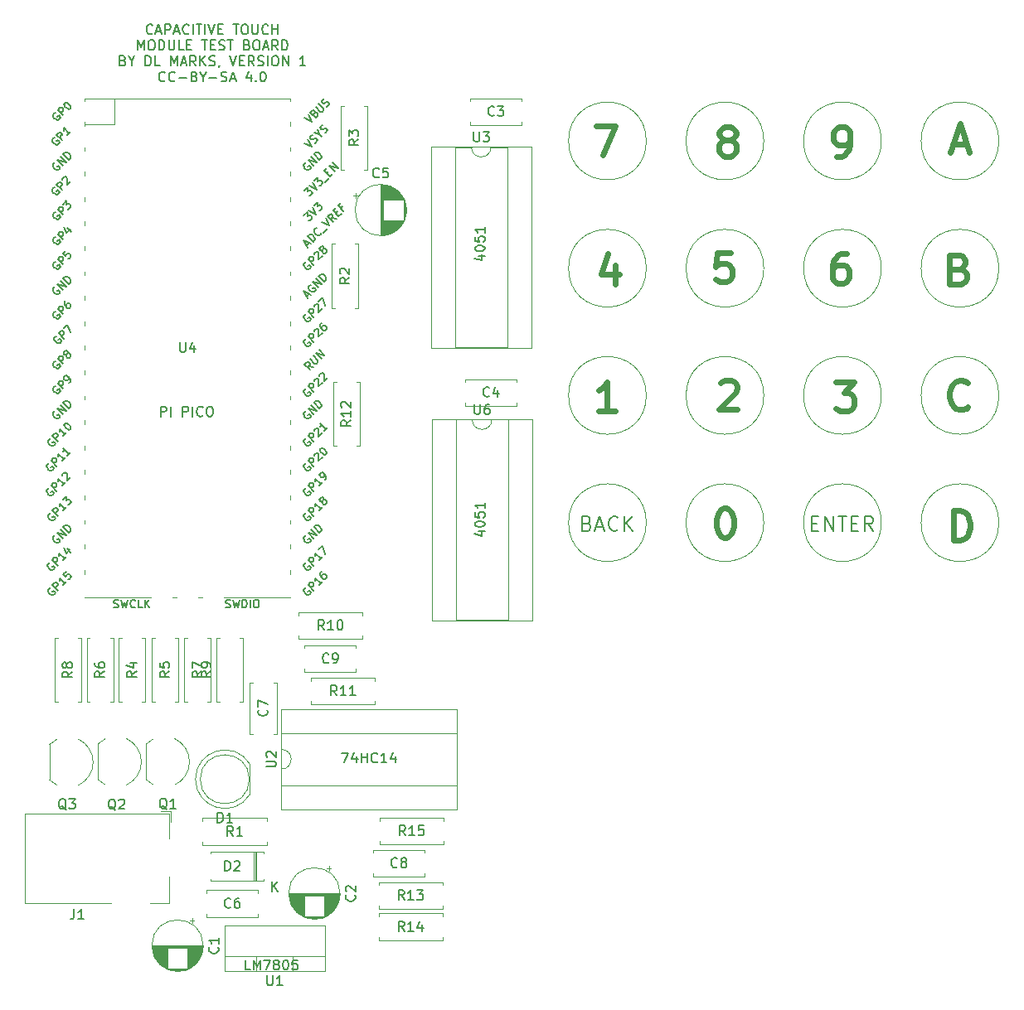
<source format=gbr>
%TF.GenerationSoftware,KiCad,Pcbnew,(6.0.11)*%
%TF.CreationDate,2024-06-09T14:40:51-05:00*%
%TF.ProjectId,CapactiveTouchpad,43617061-6374-4697-9665-546f75636870,rev?*%
%TF.SameCoordinates,Original*%
%TF.FileFunction,Legend,Top*%
%TF.FilePolarity,Positive*%
%FSLAX46Y46*%
G04 Gerber Fmt 4.6, Leading zero omitted, Abs format (unit mm)*
G04 Created by KiCad (PCBNEW (6.0.11)) date 2024-06-09 14:40:51*
%MOMM*%
%LPD*%
G01*
G04 APERTURE LIST*
%ADD10C,0.600000*%
%ADD11C,0.150000*%
%ADD12C,0.200000*%
%ADD13C,0.120000*%
G04 APERTURE END LIST*
D10*
X134798571Y-71171428D02*
X134655714Y-71314285D01*
X134227142Y-71457142D01*
X133941428Y-71457142D01*
X133512857Y-71314285D01*
X133227142Y-71028571D01*
X133084285Y-70742857D01*
X132941428Y-70171428D01*
X132941428Y-69742857D01*
X133084285Y-69171428D01*
X133227142Y-68885714D01*
X133512857Y-68600000D01*
X133941428Y-68457142D01*
X134227142Y-68457142D01*
X134655714Y-68600000D01*
X134798571Y-68742857D01*
X109984285Y-43862857D02*
X109698571Y-43720000D01*
X109555714Y-43577142D01*
X109412857Y-43291428D01*
X109412857Y-43148571D01*
X109555714Y-42862857D01*
X109698571Y-42720000D01*
X109984285Y-42577142D01*
X110555714Y-42577142D01*
X110841428Y-42720000D01*
X110984285Y-42862857D01*
X111127142Y-43148571D01*
X111127142Y-43291428D01*
X110984285Y-43577142D01*
X110841428Y-43720000D01*
X110555714Y-43862857D01*
X109984285Y-43862857D01*
X109698571Y-44005714D01*
X109555714Y-44148571D01*
X109412857Y-44434285D01*
X109412857Y-45005714D01*
X109555714Y-45291428D01*
X109698571Y-45434285D01*
X109984285Y-45577142D01*
X110555714Y-45577142D01*
X110841428Y-45434285D01*
X110984285Y-45291428D01*
X111127142Y-45005714D01*
X111127142Y-44434285D01*
X110984285Y-44148571D01*
X110841428Y-44005714D01*
X110555714Y-43862857D01*
X122381428Y-55517142D02*
X121810000Y-55517142D01*
X121524285Y-55660000D01*
X121381428Y-55802857D01*
X121095714Y-56231428D01*
X120952857Y-56802857D01*
X120952857Y-57945714D01*
X121095714Y-58231428D01*
X121238571Y-58374285D01*
X121524285Y-58517142D01*
X122095714Y-58517142D01*
X122381428Y-58374285D01*
X122524285Y-58231428D01*
X122667142Y-57945714D01*
X122667142Y-57231428D01*
X122524285Y-56945714D01*
X122381428Y-56802857D01*
X122095714Y-56660000D01*
X121524285Y-56660000D01*
X121238571Y-56802857D01*
X121095714Y-56945714D01*
X120952857Y-57231428D01*
X133954285Y-57075714D02*
X134382857Y-57218571D01*
X134525714Y-57361428D01*
X134668571Y-57647142D01*
X134668571Y-58075714D01*
X134525714Y-58361428D01*
X134382857Y-58504285D01*
X134097142Y-58647142D01*
X132954285Y-58647142D01*
X132954285Y-55647142D01*
X133954285Y-55647142D01*
X134240000Y-55790000D01*
X134382857Y-55932857D01*
X134525714Y-56218571D01*
X134525714Y-56504285D01*
X134382857Y-56790000D01*
X134240000Y-56932857D01*
X133954285Y-57075714D01*
X132954285Y-57075714D01*
X109867142Y-81527142D02*
X110152857Y-81527142D01*
X110438571Y-81670000D01*
X110581428Y-81812857D01*
X110724285Y-82098571D01*
X110867142Y-82670000D01*
X110867142Y-83384285D01*
X110724285Y-83955714D01*
X110581428Y-84241428D01*
X110438571Y-84384285D01*
X110152857Y-84527142D01*
X109867142Y-84527142D01*
X109581428Y-84384285D01*
X109438571Y-84241428D01*
X109295714Y-83955714D01*
X109152857Y-83384285D01*
X109152857Y-82670000D01*
X109295714Y-82098571D01*
X109438571Y-81812857D01*
X109581428Y-81670000D01*
X109867142Y-81527142D01*
X121368571Y-45577142D02*
X121940000Y-45577142D01*
X122225714Y-45434285D01*
X122368571Y-45291428D01*
X122654285Y-44862857D01*
X122797142Y-44291428D01*
X122797142Y-43148571D01*
X122654285Y-42862857D01*
X122511428Y-42720000D01*
X122225714Y-42577142D01*
X121654285Y-42577142D01*
X121368571Y-42720000D01*
X121225714Y-42862857D01*
X121082857Y-43148571D01*
X121082857Y-43862857D01*
X121225714Y-44148571D01*
X121368571Y-44291428D01*
X121654285Y-44434285D01*
X122225714Y-44434285D01*
X122511428Y-44291428D01*
X122654285Y-44148571D01*
X122797142Y-43862857D01*
D11*
X52397142Y-72142380D02*
X52397142Y-71142380D01*
X52778095Y-71142380D01*
X52873333Y-71190000D01*
X52920952Y-71237619D01*
X52968571Y-71332857D01*
X52968571Y-71475714D01*
X52920952Y-71570952D01*
X52873333Y-71618571D01*
X52778095Y-71666190D01*
X52397142Y-71666190D01*
X53397142Y-72142380D02*
X53397142Y-71142380D01*
X54635238Y-72142380D02*
X54635238Y-71142380D01*
X55016190Y-71142380D01*
X55111428Y-71190000D01*
X55159047Y-71237619D01*
X55206666Y-71332857D01*
X55206666Y-71475714D01*
X55159047Y-71570952D01*
X55111428Y-71618571D01*
X55016190Y-71666190D01*
X54635238Y-71666190D01*
X55635238Y-72142380D02*
X55635238Y-71142380D01*
X56682857Y-72047142D02*
X56635238Y-72094761D01*
X56492380Y-72142380D01*
X56397142Y-72142380D01*
X56254285Y-72094761D01*
X56159047Y-71999523D01*
X56111428Y-71904285D01*
X56063809Y-71713809D01*
X56063809Y-71570952D01*
X56111428Y-71380476D01*
X56159047Y-71285238D01*
X56254285Y-71190000D01*
X56397142Y-71142380D01*
X56492380Y-71142380D01*
X56635238Y-71190000D01*
X56682857Y-71237619D01*
X57301904Y-71142380D02*
X57492380Y-71142380D01*
X57587619Y-71190000D01*
X57682857Y-71285238D01*
X57730476Y-71475714D01*
X57730476Y-71809047D01*
X57682857Y-71999523D01*
X57587619Y-72094761D01*
X57492380Y-72142380D01*
X57301904Y-72142380D01*
X57206666Y-72094761D01*
X57111428Y-71999523D01*
X57063809Y-71809047D01*
X57063809Y-71475714D01*
X57111428Y-71285238D01*
X57206666Y-71190000D01*
X57301904Y-71142380D01*
D12*
X118832857Y-83062857D02*
X119332857Y-83062857D01*
X119547142Y-83848571D02*
X118832857Y-83848571D01*
X118832857Y-82348571D01*
X119547142Y-82348571D01*
X120190000Y-83848571D02*
X120190000Y-82348571D01*
X121047142Y-83848571D01*
X121047142Y-82348571D01*
X121547142Y-82348571D02*
X122404285Y-82348571D01*
X121975714Y-83848571D02*
X121975714Y-82348571D01*
X122904285Y-83062857D02*
X123404285Y-83062857D01*
X123618571Y-83848571D02*
X122904285Y-83848571D01*
X122904285Y-82348571D01*
X123618571Y-82348571D01*
X125118571Y-83848571D02*
X124618571Y-83134285D01*
X124261428Y-83848571D02*
X124261428Y-82348571D01*
X124832857Y-82348571D01*
X124975714Y-82420000D01*
X125047142Y-82491428D01*
X125118571Y-82634285D01*
X125118571Y-82848571D01*
X125047142Y-82991428D01*
X124975714Y-83062857D01*
X124832857Y-83134285D01*
X124261428Y-83134285D01*
D10*
X133334285Y-84777142D02*
X133334285Y-81777142D01*
X134048571Y-81777142D01*
X134477142Y-81920000D01*
X134762857Y-82205714D01*
X134905714Y-82491428D01*
X135048571Y-83062857D01*
X135048571Y-83491428D01*
X134905714Y-84062857D01*
X134762857Y-84348571D01*
X134477142Y-84634285D01*
X134048571Y-84777142D01*
X133334285Y-84777142D01*
D11*
X61523333Y-128682380D02*
X61047142Y-128682380D01*
X61047142Y-127682380D01*
X61856666Y-128682380D02*
X61856666Y-127682380D01*
X62190000Y-128396666D01*
X62523333Y-127682380D01*
X62523333Y-128682380D01*
X62904285Y-127682380D02*
X63570952Y-127682380D01*
X63142380Y-128682380D01*
X64094761Y-128110952D02*
X63999523Y-128063333D01*
X63951904Y-128015714D01*
X63904285Y-127920476D01*
X63904285Y-127872857D01*
X63951904Y-127777619D01*
X63999523Y-127730000D01*
X64094761Y-127682380D01*
X64285238Y-127682380D01*
X64380476Y-127730000D01*
X64428095Y-127777619D01*
X64475714Y-127872857D01*
X64475714Y-127920476D01*
X64428095Y-128015714D01*
X64380476Y-128063333D01*
X64285238Y-128110952D01*
X64094761Y-128110952D01*
X63999523Y-128158571D01*
X63951904Y-128206190D01*
X63904285Y-128301428D01*
X63904285Y-128491904D01*
X63951904Y-128587142D01*
X63999523Y-128634761D01*
X64094761Y-128682380D01*
X64285238Y-128682380D01*
X64380476Y-128634761D01*
X64428095Y-128587142D01*
X64475714Y-128491904D01*
X64475714Y-128301428D01*
X64428095Y-128206190D01*
X64380476Y-128158571D01*
X64285238Y-128110952D01*
X65094761Y-127682380D02*
X65190000Y-127682380D01*
X65285238Y-127730000D01*
X65332857Y-127777619D01*
X65380476Y-127872857D01*
X65428095Y-128063333D01*
X65428095Y-128301428D01*
X65380476Y-128491904D01*
X65332857Y-128587142D01*
X65285238Y-128634761D01*
X65190000Y-128682380D01*
X65094761Y-128682380D01*
X64999523Y-128634761D01*
X64951904Y-128587142D01*
X64904285Y-128491904D01*
X64856666Y-128301428D01*
X64856666Y-128063333D01*
X64904285Y-127872857D01*
X64951904Y-127777619D01*
X64999523Y-127730000D01*
X65094761Y-127682380D01*
X66332857Y-127682380D02*
X65856666Y-127682380D01*
X65809047Y-128158571D01*
X65856666Y-128110952D01*
X65951904Y-128063333D01*
X66190000Y-128063333D01*
X66285238Y-128110952D01*
X66332857Y-128158571D01*
X66380476Y-128253809D01*
X66380476Y-128491904D01*
X66332857Y-128587142D01*
X66285238Y-128634761D01*
X66190000Y-128682380D01*
X65951904Y-128682380D01*
X65856666Y-128634761D01*
X65809047Y-128587142D01*
D10*
X98817142Y-71587142D02*
X97102857Y-71587142D01*
X97960000Y-71587142D02*
X97960000Y-68587142D01*
X97674285Y-69015714D01*
X97388571Y-69301428D01*
X97102857Y-69444285D01*
X110604285Y-55387142D02*
X109175714Y-55387142D01*
X109032857Y-56815714D01*
X109175714Y-56672857D01*
X109461428Y-56530000D01*
X110175714Y-56530000D01*
X110461428Y-56672857D01*
X110604285Y-56815714D01*
X110747142Y-57101428D01*
X110747142Y-57815714D01*
X110604285Y-58101428D01*
X110461428Y-58244285D01*
X110175714Y-58387142D01*
X109461428Y-58387142D01*
X109175714Y-58244285D01*
X109032857Y-58101428D01*
D11*
X70894285Y-106522380D02*
X71560952Y-106522380D01*
X71132380Y-107522380D01*
X72370476Y-106855714D02*
X72370476Y-107522380D01*
X72132380Y-106474761D02*
X71894285Y-107189047D01*
X72513333Y-107189047D01*
X72894285Y-107522380D02*
X72894285Y-106522380D01*
X72894285Y-106998571D02*
X73465714Y-106998571D01*
X73465714Y-107522380D02*
X73465714Y-106522380D01*
X74513333Y-107427142D02*
X74465714Y-107474761D01*
X74322857Y-107522380D01*
X74227619Y-107522380D01*
X74084761Y-107474761D01*
X73989523Y-107379523D01*
X73941904Y-107284285D01*
X73894285Y-107093809D01*
X73894285Y-106950952D01*
X73941904Y-106760476D01*
X73989523Y-106665238D01*
X74084761Y-106570000D01*
X74227619Y-106522380D01*
X74322857Y-106522380D01*
X74465714Y-106570000D01*
X74513333Y-106617619D01*
X75465714Y-107522380D02*
X74894285Y-107522380D01*
X75180000Y-107522380D02*
X75180000Y-106522380D01*
X75084761Y-106665238D01*
X74989523Y-106760476D01*
X74894285Y-106808095D01*
X76322857Y-106855714D02*
X76322857Y-107522380D01*
X76084761Y-106474761D02*
X75846666Y-107189047D01*
X76465714Y-107189047D01*
X84805714Y-55738095D02*
X85472380Y-55738095D01*
X84424761Y-55976190D02*
X85139047Y-56214285D01*
X85139047Y-55595238D01*
X84472380Y-55023809D02*
X84472380Y-54928571D01*
X84520000Y-54833333D01*
X84567619Y-54785714D01*
X84662857Y-54738095D01*
X84853333Y-54690476D01*
X85091428Y-54690476D01*
X85281904Y-54738095D01*
X85377142Y-54785714D01*
X85424761Y-54833333D01*
X85472380Y-54928571D01*
X85472380Y-55023809D01*
X85424761Y-55119047D01*
X85377142Y-55166666D01*
X85281904Y-55214285D01*
X85091428Y-55261904D01*
X84853333Y-55261904D01*
X84662857Y-55214285D01*
X84567619Y-55166666D01*
X84520000Y-55119047D01*
X84472380Y-55023809D01*
X84472380Y-53785714D02*
X84472380Y-54261904D01*
X84948571Y-54309523D01*
X84900952Y-54261904D01*
X84853333Y-54166666D01*
X84853333Y-53928571D01*
X84900952Y-53833333D01*
X84948571Y-53785714D01*
X85043809Y-53738095D01*
X85281904Y-53738095D01*
X85377142Y-53785714D01*
X85424761Y-53833333D01*
X85472380Y-53928571D01*
X85472380Y-54166666D01*
X85424761Y-54261904D01*
X85377142Y-54309523D01*
X85472380Y-52785714D02*
X85472380Y-53357142D01*
X85472380Y-53071428D02*
X84472380Y-53071428D01*
X84615238Y-53166666D01*
X84710476Y-53261904D01*
X84758095Y-53357142D01*
D12*
X95924285Y-83062857D02*
X96138571Y-83134285D01*
X96210000Y-83205714D01*
X96281428Y-83348571D01*
X96281428Y-83562857D01*
X96210000Y-83705714D01*
X96138571Y-83777142D01*
X95995714Y-83848571D01*
X95424285Y-83848571D01*
X95424285Y-82348571D01*
X95924285Y-82348571D01*
X96067142Y-82420000D01*
X96138571Y-82491428D01*
X96210000Y-82634285D01*
X96210000Y-82777142D01*
X96138571Y-82920000D01*
X96067142Y-82991428D01*
X95924285Y-83062857D01*
X95424285Y-83062857D01*
X96852857Y-83420000D02*
X97567142Y-83420000D01*
X96710000Y-83848571D02*
X97210000Y-82348571D01*
X97710000Y-83848571D01*
X99067142Y-83705714D02*
X98995714Y-83777142D01*
X98781428Y-83848571D01*
X98638571Y-83848571D01*
X98424285Y-83777142D01*
X98281428Y-83634285D01*
X98210000Y-83491428D01*
X98138571Y-83205714D01*
X98138571Y-82991428D01*
X98210000Y-82705714D01*
X98281428Y-82562857D01*
X98424285Y-82420000D01*
X98638571Y-82348571D01*
X98781428Y-82348571D01*
X98995714Y-82420000D01*
X99067142Y-82491428D01*
X99710000Y-83848571D02*
X99710000Y-82348571D01*
X100567142Y-83848571D02*
X99924285Y-82991428D01*
X100567142Y-82348571D02*
X99710000Y-83205714D01*
D10*
X121320000Y-68587142D02*
X123177142Y-68587142D01*
X122177142Y-69730000D01*
X122605714Y-69730000D01*
X122891428Y-69872857D01*
X123034285Y-70015714D01*
X123177142Y-70301428D01*
X123177142Y-71015714D01*
X123034285Y-71301428D01*
X122891428Y-71444285D01*
X122605714Y-71587142D01*
X121748571Y-71587142D01*
X121462857Y-71444285D01*
X121320000Y-71301428D01*
D11*
X84805714Y-83898095D02*
X85472380Y-83898095D01*
X84424761Y-84136190D02*
X85139047Y-84374285D01*
X85139047Y-83755238D01*
X84472380Y-83183809D02*
X84472380Y-83088571D01*
X84520000Y-82993333D01*
X84567619Y-82945714D01*
X84662857Y-82898095D01*
X84853333Y-82850476D01*
X85091428Y-82850476D01*
X85281904Y-82898095D01*
X85377142Y-82945714D01*
X85424761Y-82993333D01*
X85472380Y-83088571D01*
X85472380Y-83183809D01*
X85424761Y-83279047D01*
X85377142Y-83326666D01*
X85281904Y-83374285D01*
X85091428Y-83421904D01*
X84853333Y-83421904D01*
X84662857Y-83374285D01*
X84567619Y-83326666D01*
X84520000Y-83279047D01*
X84472380Y-83183809D01*
X84472380Y-81945714D02*
X84472380Y-82421904D01*
X84948571Y-82469523D01*
X84900952Y-82421904D01*
X84853333Y-82326666D01*
X84853333Y-82088571D01*
X84900952Y-81993333D01*
X84948571Y-81945714D01*
X85043809Y-81898095D01*
X85281904Y-81898095D01*
X85377142Y-81945714D01*
X85424761Y-81993333D01*
X85472380Y-82088571D01*
X85472380Y-82326666D01*
X85424761Y-82421904D01*
X85377142Y-82469523D01*
X85472380Y-80945714D02*
X85472380Y-81517142D01*
X85472380Y-81231428D02*
X84472380Y-81231428D01*
X84615238Y-81326666D01*
X84710476Y-81421904D01*
X84758095Y-81517142D01*
D10*
X109532857Y-68742857D02*
X109675714Y-68600000D01*
X109961428Y-68457142D01*
X110675714Y-68457142D01*
X110961428Y-68600000D01*
X111104285Y-68742857D01*
X111247142Y-69028571D01*
X111247142Y-69314285D01*
X111104285Y-69742857D01*
X109390000Y-71457142D01*
X111247142Y-71457142D01*
X96830000Y-42447142D02*
X98830000Y-42447142D01*
X97544285Y-45447142D01*
D11*
X51538952Y-32994142D02*
X51491333Y-33041761D01*
X51348476Y-33089380D01*
X51253238Y-33089380D01*
X51110380Y-33041761D01*
X51015142Y-32946523D01*
X50967523Y-32851285D01*
X50919904Y-32660809D01*
X50919904Y-32517952D01*
X50967523Y-32327476D01*
X51015142Y-32232238D01*
X51110380Y-32137000D01*
X51253238Y-32089380D01*
X51348476Y-32089380D01*
X51491333Y-32137000D01*
X51538952Y-32184619D01*
X51919904Y-32803666D02*
X52396095Y-32803666D01*
X51824666Y-33089380D02*
X52157999Y-32089380D01*
X52491333Y-33089380D01*
X52824666Y-33089380D02*
X52824666Y-32089380D01*
X53205619Y-32089380D01*
X53300857Y-32137000D01*
X53348476Y-32184619D01*
X53396095Y-32279857D01*
X53396095Y-32422714D01*
X53348476Y-32517952D01*
X53300857Y-32565571D01*
X53205619Y-32613190D01*
X52824666Y-32613190D01*
X53777047Y-32803666D02*
X54253238Y-32803666D01*
X53681809Y-33089380D02*
X54015142Y-32089380D01*
X54348476Y-33089380D01*
X55253238Y-32994142D02*
X55205619Y-33041761D01*
X55062761Y-33089380D01*
X54967523Y-33089380D01*
X54824666Y-33041761D01*
X54729428Y-32946523D01*
X54681809Y-32851285D01*
X54634190Y-32660809D01*
X54634190Y-32517952D01*
X54681809Y-32327476D01*
X54729428Y-32232238D01*
X54824666Y-32137000D01*
X54967523Y-32089380D01*
X55062761Y-32089380D01*
X55205619Y-32137000D01*
X55253238Y-32184619D01*
X55681809Y-33089380D02*
X55681809Y-32089380D01*
X56015142Y-32089380D02*
X56586571Y-32089380D01*
X56300857Y-33089380D02*
X56300857Y-32089380D01*
X56919904Y-33089380D02*
X56919904Y-32089380D01*
X57253238Y-32089380D02*
X57586571Y-33089380D01*
X57919904Y-32089380D01*
X58253238Y-32565571D02*
X58586571Y-32565571D01*
X58729428Y-33089380D02*
X58253238Y-33089380D01*
X58253238Y-32089380D01*
X58729428Y-32089380D01*
X59777047Y-32089380D02*
X60348476Y-32089380D01*
X60062761Y-33089380D02*
X60062761Y-32089380D01*
X60872285Y-32089380D02*
X61062761Y-32089380D01*
X61157999Y-32137000D01*
X61253238Y-32232238D01*
X61300857Y-32422714D01*
X61300857Y-32756047D01*
X61253238Y-32946523D01*
X61157999Y-33041761D01*
X61062761Y-33089380D01*
X60872285Y-33089380D01*
X60777047Y-33041761D01*
X60681809Y-32946523D01*
X60634190Y-32756047D01*
X60634190Y-32422714D01*
X60681809Y-32232238D01*
X60777047Y-32137000D01*
X60872285Y-32089380D01*
X61729428Y-32089380D02*
X61729428Y-32898904D01*
X61777047Y-32994142D01*
X61824666Y-33041761D01*
X61919904Y-33089380D01*
X62110380Y-33089380D01*
X62205619Y-33041761D01*
X62253238Y-32994142D01*
X62300857Y-32898904D01*
X62300857Y-32089380D01*
X63348476Y-32994142D02*
X63300857Y-33041761D01*
X63157999Y-33089380D01*
X63062761Y-33089380D01*
X62919904Y-33041761D01*
X62824666Y-32946523D01*
X62777047Y-32851285D01*
X62729428Y-32660809D01*
X62729428Y-32517952D01*
X62777047Y-32327476D01*
X62824666Y-32232238D01*
X62919904Y-32137000D01*
X63062761Y-32089380D01*
X63157999Y-32089380D01*
X63300857Y-32137000D01*
X63348476Y-32184619D01*
X63777047Y-33089380D02*
X63777047Y-32089380D01*
X63777047Y-32565571D02*
X64348476Y-32565571D01*
X64348476Y-33089380D02*
X64348476Y-32089380D01*
X50015142Y-34699380D02*
X50015142Y-33699380D01*
X50348476Y-34413666D01*
X50681809Y-33699380D01*
X50681809Y-34699380D01*
X51348476Y-33699380D02*
X51538952Y-33699380D01*
X51634190Y-33747000D01*
X51729428Y-33842238D01*
X51777047Y-34032714D01*
X51777047Y-34366047D01*
X51729428Y-34556523D01*
X51634190Y-34651761D01*
X51538952Y-34699380D01*
X51348476Y-34699380D01*
X51253238Y-34651761D01*
X51158000Y-34556523D01*
X51110380Y-34366047D01*
X51110380Y-34032714D01*
X51158000Y-33842238D01*
X51253238Y-33747000D01*
X51348476Y-33699380D01*
X52205619Y-34699380D02*
X52205619Y-33699380D01*
X52443714Y-33699380D01*
X52586571Y-33747000D01*
X52681809Y-33842238D01*
X52729428Y-33937476D01*
X52777047Y-34127952D01*
X52777047Y-34270809D01*
X52729428Y-34461285D01*
X52681809Y-34556523D01*
X52586571Y-34651761D01*
X52443714Y-34699380D01*
X52205619Y-34699380D01*
X53205619Y-33699380D02*
X53205619Y-34508904D01*
X53253238Y-34604142D01*
X53300857Y-34651761D01*
X53396095Y-34699380D01*
X53586571Y-34699380D01*
X53681809Y-34651761D01*
X53729428Y-34604142D01*
X53777047Y-34508904D01*
X53777047Y-33699380D01*
X54729428Y-34699380D02*
X54253238Y-34699380D01*
X54253238Y-33699380D01*
X55062761Y-34175571D02*
X55396095Y-34175571D01*
X55538952Y-34699380D02*
X55062761Y-34699380D01*
X55062761Y-33699380D01*
X55538952Y-33699380D01*
X56586571Y-33699380D02*
X57158000Y-33699380D01*
X56872285Y-34699380D02*
X56872285Y-33699380D01*
X57491333Y-34175571D02*
X57824666Y-34175571D01*
X57967523Y-34699380D02*
X57491333Y-34699380D01*
X57491333Y-33699380D01*
X57967523Y-33699380D01*
X58348476Y-34651761D02*
X58491333Y-34699380D01*
X58729428Y-34699380D01*
X58824666Y-34651761D01*
X58872285Y-34604142D01*
X58919904Y-34508904D01*
X58919904Y-34413666D01*
X58872285Y-34318428D01*
X58824666Y-34270809D01*
X58729428Y-34223190D01*
X58538952Y-34175571D01*
X58443714Y-34127952D01*
X58396095Y-34080333D01*
X58348476Y-33985095D01*
X58348476Y-33889857D01*
X58396095Y-33794619D01*
X58443714Y-33747000D01*
X58538952Y-33699380D01*
X58777047Y-33699380D01*
X58919904Y-33747000D01*
X59205619Y-33699380D02*
X59777047Y-33699380D01*
X59491333Y-34699380D02*
X59491333Y-33699380D01*
X61205619Y-34175571D02*
X61348476Y-34223190D01*
X61396095Y-34270809D01*
X61443714Y-34366047D01*
X61443714Y-34508904D01*
X61396095Y-34604142D01*
X61348476Y-34651761D01*
X61253238Y-34699380D01*
X60872285Y-34699380D01*
X60872285Y-33699380D01*
X61205619Y-33699380D01*
X61300857Y-33747000D01*
X61348476Y-33794619D01*
X61396095Y-33889857D01*
X61396095Y-33985095D01*
X61348476Y-34080333D01*
X61300857Y-34127952D01*
X61205619Y-34175571D01*
X60872285Y-34175571D01*
X62062761Y-33699380D02*
X62253238Y-33699380D01*
X62348476Y-33747000D01*
X62443714Y-33842238D01*
X62491333Y-34032714D01*
X62491333Y-34366047D01*
X62443714Y-34556523D01*
X62348476Y-34651761D01*
X62253238Y-34699380D01*
X62062761Y-34699380D01*
X61967523Y-34651761D01*
X61872285Y-34556523D01*
X61824666Y-34366047D01*
X61824666Y-34032714D01*
X61872285Y-33842238D01*
X61967523Y-33747000D01*
X62062761Y-33699380D01*
X62872285Y-34413666D02*
X63348476Y-34413666D01*
X62777047Y-34699380D02*
X63110380Y-33699380D01*
X63443714Y-34699380D01*
X64348476Y-34699380D02*
X64015142Y-34223190D01*
X63777047Y-34699380D02*
X63777047Y-33699380D01*
X64158000Y-33699380D01*
X64253238Y-33747000D01*
X64300857Y-33794619D01*
X64348476Y-33889857D01*
X64348476Y-34032714D01*
X64300857Y-34127952D01*
X64253238Y-34175571D01*
X64158000Y-34223190D01*
X63777047Y-34223190D01*
X64777047Y-34699380D02*
X64777047Y-33699380D01*
X65015142Y-33699380D01*
X65158000Y-33747000D01*
X65253238Y-33842238D01*
X65300857Y-33937476D01*
X65348476Y-34127952D01*
X65348476Y-34270809D01*
X65300857Y-34461285D01*
X65253238Y-34556523D01*
X65158000Y-34651761D01*
X65015142Y-34699380D01*
X64777047Y-34699380D01*
X48538952Y-35785571D02*
X48681809Y-35833190D01*
X48729428Y-35880809D01*
X48777047Y-35976047D01*
X48777047Y-36118904D01*
X48729428Y-36214142D01*
X48681809Y-36261761D01*
X48586571Y-36309380D01*
X48205619Y-36309380D01*
X48205619Y-35309380D01*
X48538952Y-35309380D01*
X48634190Y-35357000D01*
X48681809Y-35404619D01*
X48729428Y-35499857D01*
X48729428Y-35595095D01*
X48681809Y-35690333D01*
X48634190Y-35737952D01*
X48538952Y-35785571D01*
X48205619Y-35785571D01*
X49396095Y-35833190D02*
X49396095Y-36309380D01*
X49062761Y-35309380D02*
X49396095Y-35833190D01*
X49729428Y-35309380D01*
X50824666Y-36309380D02*
X50824666Y-35309380D01*
X51062761Y-35309380D01*
X51205619Y-35357000D01*
X51300857Y-35452238D01*
X51348476Y-35547476D01*
X51396095Y-35737952D01*
X51396095Y-35880809D01*
X51348476Y-36071285D01*
X51300857Y-36166523D01*
X51205619Y-36261761D01*
X51062761Y-36309380D01*
X50824666Y-36309380D01*
X52300857Y-36309380D02*
X51824666Y-36309380D01*
X51824666Y-35309380D01*
X53396095Y-36309380D02*
X53396095Y-35309380D01*
X53729428Y-36023666D01*
X54062761Y-35309380D01*
X54062761Y-36309380D01*
X54491333Y-36023666D02*
X54967523Y-36023666D01*
X54396095Y-36309380D02*
X54729428Y-35309380D01*
X55062761Y-36309380D01*
X55967523Y-36309380D02*
X55634190Y-35833190D01*
X55396095Y-36309380D02*
X55396095Y-35309380D01*
X55777047Y-35309380D01*
X55872285Y-35357000D01*
X55919904Y-35404619D01*
X55967523Y-35499857D01*
X55967523Y-35642714D01*
X55919904Y-35737952D01*
X55872285Y-35785571D01*
X55777047Y-35833190D01*
X55396095Y-35833190D01*
X56396095Y-36309380D02*
X56396095Y-35309380D01*
X56967523Y-36309380D02*
X56538952Y-35737952D01*
X56967523Y-35309380D02*
X56396095Y-35880809D01*
X57348476Y-36261761D02*
X57491333Y-36309380D01*
X57729428Y-36309380D01*
X57824666Y-36261761D01*
X57872285Y-36214142D01*
X57919904Y-36118904D01*
X57919904Y-36023666D01*
X57872285Y-35928428D01*
X57824666Y-35880809D01*
X57729428Y-35833190D01*
X57538952Y-35785571D01*
X57443714Y-35737952D01*
X57396095Y-35690333D01*
X57348476Y-35595095D01*
X57348476Y-35499857D01*
X57396095Y-35404619D01*
X57443714Y-35357000D01*
X57538952Y-35309380D01*
X57777047Y-35309380D01*
X57919904Y-35357000D01*
X58396095Y-36261761D02*
X58396095Y-36309380D01*
X58348476Y-36404619D01*
X58300857Y-36452238D01*
X59443714Y-35309380D02*
X59777047Y-36309380D01*
X60110380Y-35309380D01*
X60443714Y-35785571D02*
X60777047Y-35785571D01*
X60919904Y-36309380D02*
X60443714Y-36309380D01*
X60443714Y-35309380D01*
X60919904Y-35309380D01*
X61919904Y-36309380D02*
X61586571Y-35833190D01*
X61348476Y-36309380D02*
X61348476Y-35309380D01*
X61729428Y-35309380D01*
X61824666Y-35357000D01*
X61872285Y-35404619D01*
X61919904Y-35499857D01*
X61919904Y-35642714D01*
X61872285Y-35737952D01*
X61824666Y-35785571D01*
X61729428Y-35833190D01*
X61348476Y-35833190D01*
X62300857Y-36261761D02*
X62443714Y-36309380D01*
X62681809Y-36309380D01*
X62777047Y-36261761D01*
X62824666Y-36214142D01*
X62872285Y-36118904D01*
X62872285Y-36023666D01*
X62824666Y-35928428D01*
X62777047Y-35880809D01*
X62681809Y-35833190D01*
X62491333Y-35785571D01*
X62396095Y-35737952D01*
X62348476Y-35690333D01*
X62300857Y-35595095D01*
X62300857Y-35499857D01*
X62348476Y-35404619D01*
X62396095Y-35357000D01*
X62491333Y-35309380D01*
X62729428Y-35309380D01*
X62872285Y-35357000D01*
X63300857Y-36309380D02*
X63300857Y-35309380D01*
X63967523Y-35309380D02*
X64157999Y-35309380D01*
X64253238Y-35357000D01*
X64348476Y-35452238D01*
X64396095Y-35642714D01*
X64396095Y-35976047D01*
X64348476Y-36166523D01*
X64253238Y-36261761D01*
X64157999Y-36309380D01*
X63967523Y-36309380D01*
X63872285Y-36261761D01*
X63777047Y-36166523D01*
X63729428Y-35976047D01*
X63729428Y-35642714D01*
X63777047Y-35452238D01*
X63872285Y-35357000D01*
X63967523Y-35309380D01*
X64824666Y-36309380D02*
X64824666Y-35309380D01*
X65396095Y-36309380D01*
X65396095Y-35309380D01*
X67157999Y-36309380D02*
X66586571Y-36309380D01*
X66872285Y-36309380D02*
X66872285Y-35309380D01*
X66777047Y-35452238D01*
X66681809Y-35547476D01*
X66586571Y-35595095D01*
X52824666Y-37824142D02*
X52777047Y-37871761D01*
X52634190Y-37919380D01*
X52538952Y-37919380D01*
X52396095Y-37871761D01*
X52300857Y-37776523D01*
X52253238Y-37681285D01*
X52205619Y-37490809D01*
X52205619Y-37347952D01*
X52253238Y-37157476D01*
X52300857Y-37062238D01*
X52396095Y-36967000D01*
X52538952Y-36919380D01*
X52634190Y-36919380D01*
X52777047Y-36967000D01*
X52824666Y-37014619D01*
X53824666Y-37824142D02*
X53777047Y-37871761D01*
X53634190Y-37919380D01*
X53538952Y-37919380D01*
X53396095Y-37871761D01*
X53300857Y-37776523D01*
X53253238Y-37681285D01*
X53205619Y-37490809D01*
X53205619Y-37347952D01*
X53253238Y-37157476D01*
X53300857Y-37062238D01*
X53396095Y-36967000D01*
X53538952Y-36919380D01*
X53634190Y-36919380D01*
X53777047Y-36967000D01*
X53824666Y-37014619D01*
X54253238Y-37538428D02*
X55015142Y-37538428D01*
X55824666Y-37395571D02*
X55967523Y-37443190D01*
X56015142Y-37490809D01*
X56062761Y-37586047D01*
X56062761Y-37728904D01*
X56015142Y-37824142D01*
X55967523Y-37871761D01*
X55872285Y-37919380D01*
X55491333Y-37919380D01*
X55491333Y-36919380D01*
X55824666Y-36919380D01*
X55919904Y-36967000D01*
X55967523Y-37014619D01*
X56015142Y-37109857D01*
X56015142Y-37205095D01*
X55967523Y-37300333D01*
X55919904Y-37347952D01*
X55824666Y-37395571D01*
X55491333Y-37395571D01*
X56681809Y-37443190D02*
X56681809Y-37919380D01*
X56348476Y-36919380D02*
X56681809Y-37443190D01*
X57015142Y-36919380D01*
X57348476Y-37538428D02*
X58110380Y-37538428D01*
X58538952Y-37871761D02*
X58681809Y-37919380D01*
X58919904Y-37919380D01*
X59015142Y-37871761D01*
X59062761Y-37824142D01*
X59110380Y-37728904D01*
X59110380Y-37633666D01*
X59062761Y-37538428D01*
X59015142Y-37490809D01*
X58919904Y-37443190D01*
X58729428Y-37395571D01*
X58634190Y-37347952D01*
X58586571Y-37300333D01*
X58538952Y-37205095D01*
X58538952Y-37109857D01*
X58586571Y-37014619D01*
X58634190Y-36967000D01*
X58729428Y-36919380D01*
X58967523Y-36919380D01*
X59110380Y-36967000D01*
X59491333Y-37633666D02*
X59967523Y-37633666D01*
X59396095Y-37919380D02*
X59729428Y-36919380D01*
X60062761Y-37919380D01*
X61586571Y-37252714D02*
X61586571Y-37919380D01*
X61348476Y-36871761D02*
X61110380Y-37586047D01*
X61729428Y-37586047D01*
X62110380Y-37824142D02*
X62158000Y-37871761D01*
X62110380Y-37919380D01*
X62062761Y-37871761D01*
X62110380Y-37824142D01*
X62110380Y-37919380D01*
X62777047Y-36919380D02*
X62872285Y-36919380D01*
X62967523Y-36967000D01*
X63015142Y-37014619D01*
X63062761Y-37109857D01*
X63110380Y-37300333D01*
X63110380Y-37538428D01*
X63062761Y-37728904D01*
X63015142Y-37824142D01*
X62967523Y-37871761D01*
X62872285Y-37919380D01*
X62777047Y-37919380D01*
X62681809Y-37871761D01*
X62634190Y-37824142D01*
X62586571Y-37728904D01*
X62538952Y-37538428D01*
X62538952Y-37300333D01*
X62586571Y-37109857D01*
X62634190Y-37014619D01*
X62681809Y-36967000D01*
X62777047Y-36919380D01*
D10*
X98781428Y-56647142D02*
X98781428Y-58647142D01*
X98067142Y-55504285D02*
X97352857Y-57647142D01*
X99210000Y-57647142D01*
X133275714Y-44340000D02*
X134704285Y-44340000D01*
X132990000Y-45197142D02*
X133990000Y-42197142D01*
X134990000Y-45197142D01*
D11*
%TO.C,R15*%
X77367142Y-114952380D02*
X77033809Y-114476190D01*
X76795714Y-114952380D02*
X76795714Y-113952380D01*
X77176666Y-113952380D01*
X77271904Y-114000000D01*
X77319523Y-114047619D01*
X77367142Y-114142857D01*
X77367142Y-114285714D01*
X77319523Y-114380952D01*
X77271904Y-114428571D01*
X77176666Y-114476190D01*
X76795714Y-114476190D01*
X78319523Y-114952380D02*
X77748095Y-114952380D01*
X78033809Y-114952380D02*
X78033809Y-113952380D01*
X77938571Y-114095238D01*
X77843333Y-114190476D01*
X77748095Y-114238095D01*
X79224285Y-113952380D02*
X78748095Y-113952380D01*
X78700476Y-114428571D01*
X78748095Y-114380952D01*
X78843333Y-114333333D01*
X79081428Y-114333333D01*
X79176666Y-114380952D01*
X79224285Y-114428571D01*
X79271904Y-114523809D01*
X79271904Y-114761904D01*
X79224285Y-114857142D01*
X79176666Y-114904761D01*
X79081428Y-114952380D01*
X78843333Y-114952380D01*
X78748095Y-114904761D01*
X78700476Y-114857142D01*
%TO.C,Q1*%
X53020761Y-112289619D02*
X52925523Y-112242000D01*
X52830285Y-112146761D01*
X52687428Y-112003904D01*
X52592190Y-111956285D01*
X52496952Y-111956285D01*
X52544571Y-112194380D02*
X52449333Y-112146761D01*
X52354095Y-112051523D01*
X52306476Y-111861047D01*
X52306476Y-111527714D01*
X52354095Y-111337238D01*
X52449333Y-111242000D01*
X52544571Y-111194380D01*
X52735047Y-111194380D01*
X52830285Y-111242000D01*
X52925523Y-111337238D01*
X52973142Y-111527714D01*
X52973142Y-111861047D01*
X52925523Y-112051523D01*
X52830285Y-112146761D01*
X52735047Y-112194380D01*
X52544571Y-112194380D01*
X53925523Y-112194380D02*
X53354095Y-112194380D01*
X53639809Y-112194380D02*
X53639809Y-111194380D01*
X53544571Y-111337238D01*
X53449333Y-111432476D01*
X53354095Y-111480095D01*
%TO.C,Q2*%
X47784761Y-112357619D02*
X47689523Y-112310000D01*
X47594285Y-112214761D01*
X47451428Y-112071904D01*
X47356190Y-112024285D01*
X47260952Y-112024285D01*
X47308571Y-112262380D02*
X47213333Y-112214761D01*
X47118095Y-112119523D01*
X47070476Y-111929047D01*
X47070476Y-111595714D01*
X47118095Y-111405238D01*
X47213333Y-111310000D01*
X47308571Y-111262380D01*
X47499047Y-111262380D01*
X47594285Y-111310000D01*
X47689523Y-111405238D01*
X47737142Y-111595714D01*
X47737142Y-111929047D01*
X47689523Y-112119523D01*
X47594285Y-112214761D01*
X47499047Y-112262380D01*
X47308571Y-112262380D01*
X48118095Y-111357619D02*
X48165714Y-111310000D01*
X48260952Y-111262380D01*
X48499047Y-111262380D01*
X48594285Y-111310000D01*
X48641904Y-111357619D01*
X48689523Y-111452857D01*
X48689523Y-111548095D01*
X48641904Y-111690952D01*
X48070476Y-112262380D01*
X48689523Y-112262380D01*
%TO.C,C9*%
X69533333Y-97257142D02*
X69485714Y-97304761D01*
X69342857Y-97352380D01*
X69247619Y-97352380D01*
X69104761Y-97304761D01*
X69009523Y-97209523D01*
X68961904Y-97114285D01*
X68914285Y-96923809D01*
X68914285Y-96780952D01*
X68961904Y-96590476D01*
X69009523Y-96495238D01*
X69104761Y-96400000D01*
X69247619Y-96352380D01*
X69342857Y-96352380D01*
X69485714Y-96400000D01*
X69533333Y-96447619D01*
X70009523Y-97352380D02*
X70200000Y-97352380D01*
X70295238Y-97304761D01*
X70342857Y-97257142D01*
X70438095Y-97114285D01*
X70485714Y-96923809D01*
X70485714Y-96542857D01*
X70438095Y-96447619D01*
X70390476Y-96400000D01*
X70295238Y-96352380D01*
X70104761Y-96352380D01*
X70009523Y-96400000D01*
X69961904Y-96447619D01*
X69914285Y-96542857D01*
X69914285Y-96780952D01*
X69961904Y-96876190D01*
X70009523Y-96923809D01*
X70104761Y-96971428D01*
X70295238Y-96971428D01*
X70390476Y-96923809D01*
X70438095Y-96876190D01*
X70485714Y-96780952D01*
%TO.C,J1*%
X43540666Y-122502380D02*
X43540666Y-123216666D01*
X43493047Y-123359523D01*
X43397809Y-123454761D01*
X43254952Y-123502380D01*
X43159714Y-123502380D01*
X44540666Y-123502380D02*
X43969238Y-123502380D01*
X44254952Y-123502380D02*
X44254952Y-122502380D01*
X44159714Y-122645238D01*
X44064476Y-122740476D01*
X43969238Y-122788095D01*
%TO.C,R11*%
X70367142Y-100652380D02*
X70033809Y-100176190D01*
X69795714Y-100652380D02*
X69795714Y-99652380D01*
X70176666Y-99652380D01*
X70271904Y-99700000D01*
X70319523Y-99747619D01*
X70367142Y-99842857D01*
X70367142Y-99985714D01*
X70319523Y-100080952D01*
X70271904Y-100128571D01*
X70176666Y-100176190D01*
X69795714Y-100176190D01*
X71319523Y-100652380D02*
X70748095Y-100652380D01*
X71033809Y-100652380D02*
X71033809Y-99652380D01*
X70938571Y-99795238D01*
X70843333Y-99890476D01*
X70748095Y-99938095D01*
X72271904Y-100652380D02*
X71700476Y-100652380D01*
X71986190Y-100652380D02*
X71986190Y-99652380D01*
X71890952Y-99795238D01*
X71795714Y-99890476D01*
X71700476Y-99938095D01*
%TO.C,R6*%
X46652380Y-98196666D02*
X46176190Y-98530000D01*
X46652380Y-98768095D02*
X45652380Y-98768095D01*
X45652380Y-98387142D01*
X45700000Y-98291904D01*
X45747619Y-98244285D01*
X45842857Y-98196666D01*
X45985714Y-98196666D01*
X46080952Y-98244285D01*
X46128571Y-98291904D01*
X46176190Y-98387142D01*
X46176190Y-98768095D01*
X45652380Y-97339523D02*
X45652380Y-97530000D01*
X45700000Y-97625238D01*
X45747619Y-97672857D01*
X45890476Y-97768095D01*
X46080952Y-97815714D01*
X46461904Y-97815714D01*
X46557142Y-97768095D01*
X46604761Y-97720476D01*
X46652380Y-97625238D01*
X46652380Y-97434761D01*
X46604761Y-97339523D01*
X46557142Y-97291904D01*
X46461904Y-97244285D01*
X46223809Y-97244285D01*
X46128571Y-97291904D01*
X46080952Y-97339523D01*
X46033333Y-97434761D01*
X46033333Y-97625238D01*
X46080952Y-97720476D01*
X46128571Y-97768095D01*
X46223809Y-97815714D01*
%TO.C,R4*%
X49902380Y-98216666D02*
X49426190Y-98550000D01*
X49902380Y-98788095D02*
X48902380Y-98788095D01*
X48902380Y-98407142D01*
X48950000Y-98311904D01*
X48997619Y-98264285D01*
X49092857Y-98216666D01*
X49235714Y-98216666D01*
X49330952Y-98264285D01*
X49378571Y-98311904D01*
X49426190Y-98407142D01*
X49426190Y-98788095D01*
X49235714Y-97359523D02*
X49902380Y-97359523D01*
X48854761Y-97597619D02*
X49569047Y-97835714D01*
X49569047Y-97216666D01*
%TO.C,U1*%
X63246095Y-129269380D02*
X63246095Y-130078904D01*
X63293714Y-130174142D01*
X63341333Y-130221761D01*
X63436571Y-130269380D01*
X63627047Y-130269380D01*
X63722285Y-130221761D01*
X63769904Y-130174142D01*
X63817523Y-130078904D01*
X63817523Y-129269380D01*
X64817523Y-130269380D02*
X64246095Y-130269380D01*
X64531809Y-130269380D02*
X64531809Y-129269380D01*
X64436571Y-129412238D01*
X64341333Y-129507476D01*
X64246095Y-129555095D01*
%TO.C,D2*%
X58951904Y-118562380D02*
X58951904Y-117562380D01*
X59190000Y-117562380D01*
X59332857Y-117610000D01*
X59428095Y-117705238D01*
X59475714Y-117800476D01*
X59523333Y-117990952D01*
X59523333Y-118133809D01*
X59475714Y-118324285D01*
X59428095Y-118419523D01*
X59332857Y-118514761D01*
X59190000Y-118562380D01*
X58951904Y-118562380D01*
X59904285Y-117657619D02*
X59951904Y-117610000D01*
X60047142Y-117562380D01*
X60285238Y-117562380D01*
X60380476Y-117610000D01*
X60428095Y-117657619D01*
X60475714Y-117752857D01*
X60475714Y-117848095D01*
X60428095Y-117990952D01*
X59856666Y-118562380D01*
X60475714Y-118562380D01*
X63746095Y-120662380D02*
X63746095Y-119662380D01*
X64317523Y-120662380D02*
X63888952Y-120090952D01*
X64317523Y-119662380D02*
X63746095Y-120233809D01*
%TO.C,C8*%
X76533333Y-118157142D02*
X76485714Y-118204761D01*
X76342857Y-118252380D01*
X76247619Y-118252380D01*
X76104761Y-118204761D01*
X76009523Y-118109523D01*
X75961904Y-118014285D01*
X75914285Y-117823809D01*
X75914285Y-117680952D01*
X75961904Y-117490476D01*
X76009523Y-117395238D01*
X76104761Y-117300000D01*
X76247619Y-117252380D01*
X76342857Y-117252380D01*
X76485714Y-117300000D01*
X76533333Y-117347619D01*
X77104761Y-117680952D02*
X77009523Y-117633333D01*
X76961904Y-117585714D01*
X76914285Y-117490476D01*
X76914285Y-117442857D01*
X76961904Y-117347619D01*
X77009523Y-117300000D01*
X77104761Y-117252380D01*
X77295238Y-117252380D01*
X77390476Y-117300000D01*
X77438095Y-117347619D01*
X77485714Y-117442857D01*
X77485714Y-117490476D01*
X77438095Y-117585714D01*
X77390476Y-117633333D01*
X77295238Y-117680952D01*
X77104761Y-117680952D01*
X77009523Y-117728571D01*
X76961904Y-117776190D01*
X76914285Y-117871428D01*
X76914285Y-118061904D01*
X76961904Y-118157142D01*
X77009523Y-118204761D01*
X77104761Y-118252380D01*
X77295238Y-118252380D01*
X77390476Y-118204761D01*
X77438095Y-118157142D01*
X77485714Y-118061904D01*
X77485714Y-117871428D01*
X77438095Y-117776190D01*
X77390476Y-117728571D01*
X77295238Y-117680952D01*
%TO.C,U4*%
X54348095Y-64582380D02*
X54348095Y-65391904D01*
X54395714Y-65487142D01*
X54443333Y-65534761D01*
X54538571Y-65582380D01*
X54729047Y-65582380D01*
X54824285Y-65534761D01*
X54871904Y-65487142D01*
X54919523Y-65391904D01*
X54919523Y-64582380D01*
X55824285Y-64915714D02*
X55824285Y-65582380D01*
X55586190Y-64534761D02*
X55348095Y-65249047D01*
X55967142Y-65249047D01*
X41053722Y-87110592D02*
X40972910Y-87137529D01*
X40892097Y-87218341D01*
X40838223Y-87326091D01*
X40838223Y-87433841D01*
X40865160Y-87514653D01*
X40945972Y-87649340D01*
X41026784Y-87730152D01*
X41161471Y-87810964D01*
X41242284Y-87837902D01*
X41350033Y-87837902D01*
X41457783Y-87784027D01*
X41511658Y-87730152D01*
X41565532Y-87622402D01*
X41565532Y-87568528D01*
X41376971Y-87379966D01*
X41269221Y-87487715D01*
X41861844Y-87379966D02*
X41296158Y-86814280D01*
X41511658Y-86598781D01*
X41592470Y-86571844D01*
X41646345Y-86571844D01*
X41727157Y-86598781D01*
X41807969Y-86679593D01*
X41834906Y-86760406D01*
X41834906Y-86814280D01*
X41807969Y-86895093D01*
X41592470Y-87110592D01*
X42723841Y-86517969D02*
X42400592Y-86841218D01*
X42562216Y-86679593D02*
X41996531Y-86113908D01*
X42023468Y-86248595D01*
X42023468Y-86356345D01*
X41996531Y-86437157D01*
X42831590Y-85655972D02*
X43208714Y-86033096D01*
X42481404Y-85575160D02*
X42750778Y-86113908D01*
X43100964Y-85763722D01*
X41623096Y-69061218D02*
X41542284Y-69088155D01*
X41461471Y-69168967D01*
X41407597Y-69276717D01*
X41407597Y-69384467D01*
X41434534Y-69465279D01*
X41515346Y-69599966D01*
X41596158Y-69680778D01*
X41730845Y-69761590D01*
X41811658Y-69788528D01*
X41919407Y-69788528D01*
X42027157Y-69734653D01*
X42081032Y-69680778D01*
X42134906Y-69573028D01*
X42134906Y-69519154D01*
X41946345Y-69330592D01*
X41838595Y-69438341D01*
X42431218Y-69330592D02*
X41865532Y-68764906D01*
X42081032Y-68549407D01*
X42161844Y-68522470D01*
X42215719Y-68522470D01*
X42296531Y-68549407D01*
X42377343Y-68630219D01*
X42404280Y-68711032D01*
X42404280Y-68764906D01*
X42377343Y-68845719D01*
X42161844Y-69061218D01*
X43023841Y-68737969D02*
X43131590Y-68630219D01*
X43158528Y-68549407D01*
X43158528Y-68495532D01*
X43131590Y-68360845D01*
X43050778Y-68226158D01*
X42835279Y-68010659D01*
X42754467Y-67983722D01*
X42700592Y-67983722D01*
X42619780Y-68010659D01*
X42512030Y-68118409D01*
X42485093Y-68199221D01*
X42485093Y-68253096D01*
X42512030Y-68333908D01*
X42646717Y-68468595D01*
X42727529Y-68495532D01*
X42781404Y-68495532D01*
X42862216Y-68468595D01*
X42969966Y-68360845D01*
X42996903Y-68280033D01*
X42996903Y-68226158D01*
X42969966Y-68145346D01*
X41596158Y-46228155D02*
X41515346Y-46255093D01*
X41434534Y-46335905D01*
X41380659Y-46443654D01*
X41380659Y-46551404D01*
X41407597Y-46632216D01*
X41488409Y-46766903D01*
X41569221Y-46847715D01*
X41703908Y-46928528D01*
X41784720Y-46955465D01*
X41892470Y-46955465D01*
X42000219Y-46901590D01*
X42054094Y-46847715D01*
X42107969Y-46739966D01*
X42107969Y-46686091D01*
X41919407Y-46497529D01*
X41811658Y-46605279D01*
X42404280Y-46497529D02*
X41838595Y-45931844D01*
X42727529Y-46174280D01*
X42161844Y-45608595D01*
X42996903Y-45904906D02*
X42431218Y-45339221D01*
X42565905Y-45204534D01*
X42673654Y-45150659D01*
X42781404Y-45150659D01*
X42862216Y-45177597D01*
X42996903Y-45258409D01*
X43077715Y-45339221D01*
X43158528Y-45473908D01*
X43185465Y-45554720D01*
X43185465Y-45662470D01*
X43131590Y-45770219D01*
X42996903Y-45904906D01*
X41623096Y-56361218D02*
X41542284Y-56388155D01*
X41461471Y-56468967D01*
X41407597Y-56576717D01*
X41407597Y-56684467D01*
X41434534Y-56765279D01*
X41515346Y-56899966D01*
X41596158Y-56980778D01*
X41730845Y-57061590D01*
X41811658Y-57088528D01*
X41919407Y-57088528D01*
X42027157Y-57034653D01*
X42081032Y-56980778D01*
X42134906Y-56873028D01*
X42134906Y-56819154D01*
X41946345Y-56630592D01*
X41838595Y-56738341D01*
X42431218Y-56630592D02*
X41865532Y-56064906D01*
X42081032Y-55849407D01*
X42161844Y-55822470D01*
X42215719Y-55822470D01*
X42296531Y-55849407D01*
X42377343Y-55930219D01*
X42404280Y-56011032D01*
X42404280Y-56064906D01*
X42377343Y-56145719D01*
X42161844Y-56361218D01*
X42700592Y-55229847D02*
X42431218Y-55499221D01*
X42673654Y-55795532D01*
X42673654Y-55741658D01*
X42700592Y-55660845D01*
X42835279Y-55526158D01*
X42916091Y-55499221D01*
X42969966Y-55499221D01*
X43050778Y-55526158D01*
X43185465Y-55660845D01*
X43212402Y-55741658D01*
X43212402Y-55795532D01*
X43185465Y-55876345D01*
X43050778Y-56011032D01*
X42969966Y-56037969D01*
X42916091Y-56037969D01*
X59014761Y-91653809D02*
X59129047Y-91691904D01*
X59319523Y-91691904D01*
X59395714Y-91653809D01*
X59433809Y-91615714D01*
X59471904Y-91539523D01*
X59471904Y-91463333D01*
X59433809Y-91387142D01*
X59395714Y-91349047D01*
X59319523Y-91310952D01*
X59167142Y-91272857D01*
X59090952Y-91234761D01*
X59052857Y-91196666D01*
X59014761Y-91120476D01*
X59014761Y-91044285D01*
X59052857Y-90968095D01*
X59090952Y-90930000D01*
X59167142Y-90891904D01*
X59357619Y-90891904D01*
X59471904Y-90930000D01*
X59738571Y-90891904D02*
X59929047Y-91691904D01*
X60081428Y-91120476D01*
X60233809Y-91691904D01*
X60424285Y-90891904D01*
X60729047Y-91691904D02*
X60729047Y-90891904D01*
X60919523Y-90891904D01*
X61033809Y-90930000D01*
X61110000Y-91006190D01*
X61148095Y-91082380D01*
X61186190Y-91234761D01*
X61186190Y-91349047D01*
X61148095Y-91501428D01*
X61110000Y-91577619D01*
X61033809Y-91653809D01*
X60919523Y-91691904D01*
X60729047Y-91691904D01*
X61529047Y-91691904D02*
X61529047Y-90891904D01*
X62062380Y-90891904D02*
X62214761Y-90891904D01*
X62290952Y-90930000D01*
X62367142Y-91006190D01*
X62405238Y-91158571D01*
X62405238Y-91425238D01*
X62367142Y-91577619D01*
X62290952Y-91653809D01*
X62214761Y-91691904D01*
X62062380Y-91691904D01*
X61986190Y-91653809D01*
X61910000Y-91577619D01*
X61871904Y-91425238D01*
X61871904Y-91158571D01*
X61910000Y-91006190D01*
X61986190Y-90930000D01*
X62062380Y-90891904D01*
X40953722Y-79490592D02*
X40872910Y-79517529D01*
X40792097Y-79598341D01*
X40738223Y-79706091D01*
X40738223Y-79813841D01*
X40765160Y-79894653D01*
X40845972Y-80029340D01*
X40926784Y-80110152D01*
X41061471Y-80190964D01*
X41142284Y-80217902D01*
X41250033Y-80217902D01*
X41357783Y-80164027D01*
X41411658Y-80110152D01*
X41465532Y-80002402D01*
X41465532Y-79948528D01*
X41276971Y-79759966D01*
X41169221Y-79867715D01*
X41761844Y-79759966D02*
X41196158Y-79194280D01*
X41411658Y-78978781D01*
X41492470Y-78951844D01*
X41546345Y-78951844D01*
X41627157Y-78978781D01*
X41707969Y-79059593D01*
X41734906Y-79140406D01*
X41734906Y-79194280D01*
X41707969Y-79275093D01*
X41492470Y-79490592D01*
X42623841Y-78897969D02*
X42300592Y-79221218D01*
X42462216Y-79059593D02*
X41896531Y-78493908D01*
X41923468Y-78628595D01*
X41923468Y-78736345D01*
X41896531Y-78817157D01*
X42327529Y-78170659D02*
X42327529Y-78116784D01*
X42354467Y-78035972D01*
X42489154Y-77901285D01*
X42569966Y-77874348D01*
X42623841Y-77874348D01*
X42704653Y-77901285D01*
X42758528Y-77955160D01*
X42812402Y-78062910D01*
X42812402Y-78709407D01*
X43162589Y-78359221D01*
X66999847Y-51620592D02*
X67350033Y-51270406D01*
X67376971Y-51674467D01*
X67457783Y-51593654D01*
X67538595Y-51566717D01*
X67592470Y-51566717D01*
X67673282Y-51593654D01*
X67807969Y-51728341D01*
X67834906Y-51809154D01*
X67834906Y-51863028D01*
X67807969Y-51943841D01*
X67646345Y-52105465D01*
X67565532Y-52132402D01*
X67511658Y-52132402D01*
X67511658Y-51108781D02*
X68265905Y-51485905D01*
X67888781Y-50731658D01*
X68023468Y-50596971D02*
X68373654Y-50246784D01*
X68400592Y-50650845D01*
X68481404Y-50570033D01*
X68562216Y-50543096D01*
X68616091Y-50543096D01*
X68696903Y-50570033D01*
X68831590Y-50704720D01*
X68858528Y-50785532D01*
X68858528Y-50839407D01*
X68831590Y-50920219D01*
X68669966Y-51081844D01*
X68589154Y-51108781D01*
X68535279Y-51108781D01*
X47600476Y-91653809D02*
X47714761Y-91691904D01*
X47905238Y-91691904D01*
X47981428Y-91653809D01*
X48019523Y-91615714D01*
X48057619Y-91539523D01*
X48057619Y-91463333D01*
X48019523Y-91387142D01*
X47981428Y-91349047D01*
X47905238Y-91310952D01*
X47752857Y-91272857D01*
X47676666Y-91234761D01*
X47638571Y-91196666D01*
X47600476Y-91120476D01*
X47600476Y-91044285D01*
X47638571Y-90968095D01*
X47676666Y-90930000D01*
X47752857Y-90891904D01*
X47943333Y-90891904D01*
X48057619Y-90930000D01*
X48324285Y-90891904D02*
X48514761Y-91691904D01*
X48667142Y-91120476D01*
X48819523Y-91691904D01*
X49010000Y-90891904D01*
X49771904Y-91615714D02*
X49733809Y-91653809D01*
X49619523Y-91691904D01*
X49543333Y-91691904D01*
X49429047Y-91653809D01*
X49352857Y-91577619D01*
X49314761Y-91501428D01*
X49276666Y-91349047D01*
X49276666Y-91234761D01*
X49314761Y-91082380D01*
X49352857Y-91006190D01*
X49429047Y-90930000D01*
X49543333Y-90891904D01*
X49619523Y-90891904D01*
X49733809Y-90930000D01*
X49771904Y-90968095D01*
X50495714Y-91691904D02*
X50114761Y-91691904D01*
X50114761Y-90891904D01*
X50762380Y-91691904D02*
X50762380Y-90891904D01*
X51219523Y-91691904D02*
X50876666Y-91234761D01*
X51219523Y-90891904D02*
X50762380Y-91349047D01*
X41523096Y-43651218D02*
X41442284Y-43678155D01*
X41361471Y-43758967D01*
X41307597Y-43866717D01*
X41307597Y-43974467D01*
X41334534Y-44055279D01*
X41415346Y-44189966D01*
X41496158Y-44270778D01*
X41630845Y-44351590D01*
X41711658Y-44378528D01*
X41819407Y-44378528D01*
X41927157Y-44324653D01*
X41981032Y-44270778D01*
X42034906Y-44163028D01*
X42034906Y-44109154D01*
X41846345Y-43920592D01*
X41738595Y-44028341D01*
X42331218Y-43920592D02*
X41765532Y-43354906D01*
X41981032Y-43139407D01*
X42061844Y-43112470D01*
X42115719Y-43112470D01*
X42196531Y-43139407D01*
X42277343Y-43220219D01*
X42304280Y-43301032D01*
X42304280Y-43354906D01*
X42277343Y-43435719D01*
X42061844Y-43651218D01*
X43193215Y-43058595D02*
X42869966Y-43381844D01*
X43031590Y-43220219D02*
X42465905Y-42654534D01*
X42492842Y-42789221D01*
X42492842Y-42896971D01*
X42465905Y-42977783D01*
X67207722Y-69330592D02*
X67126910Y-69357529D01*
X67046097Y-69438341D01*
X66992223Y-69546091D01*
X66992223Y-69653841D01*
X67019160Y-69734653D01*
X67099972Y-69869340D01*
X67180784Y-69950152D01*
X67315471Y-70030964D01*
X67396284Y-70057902D01*
X67504033Y-70057902D01*
X67611783Y-70004027D01*
X67665658Y-69950152D01*
X67719532Y-69842402D01*
X67719532Y-69788528D01*
X67530971Y-69599966D01*
X67423221Y-69707715D01*
X68015844Y-69599966D02*
X67450158Y-69034280D01*
X67665658Y-68818781D01*
X67746470Y-68791844D01*
X67800345Y-68791844D01*
X67881157Y-68818781D01*
X67961969Y-68899593D01*
X67988906Y-68980406D01*
X67988906Y-69034280D01*
X67961969Y-69115093D01*
X67746470Y-69330592D01*
X68042781Y-68549407D02*
X68042781Y-68495532D01*
X68069719Y-68414720D01*
X68204406Y-68280033D01*
X68285218Y-68253096D01*
X68339093Y-68253096D01*
X68419905Y-68280033D01*
X68473780Y-68333908D01*
X68527654Y-68441658D01*
X68527654Y-69088155D01*
X68877841Y-68737969D01*
X68581529Y-68010659D02*
X68581529Y-67956784D01*
X68608467Y-67875972D01*
X68743154Y-67741285D01*
X68823966Y-67714348D01*
X68877841Y-67714348D01*
X68958653Y-67741285D01*
X69012528Y-67795160D01*
X69066402Y-67902910D01*
X69066402Y-68549407D01*
X69416589Y-68199221D01*
X67207722Y-61720592D02*
X67126910Y-61747529D01*
X67046097Y-61828341D01*
X66992223Y-61936091D01*
X66992223Y-62043841D01*
X67019160Y-62124653D01*
X67099972Y-62259340D01*
X67180784Y-62340152D01*
X67315471Y-62420964D01*
X67396284Y-62447902D01*
X67504033Y-62447902D01*
X67611783Y-62394027D01*
X67665658Y-62340152D01*
X67719532Y-62232402D01*
X67719532Y-62178528D01*
X67530971Y-61989966D01*
X67423221Y-62097715D01*
X68015844Y-61989966D02*
X67450158Y-61424280D01*
X67665658Y-61208781D01*
X67746470Y-61181844D01*
X67800345Y-61181844D01*
X67881157Y-61208781D01*
X67961969Y-61289593D01*
X67988906Y-61370406D01*
X67988906Y-61424280D01*
X67961969Y-61505093D01*
X67746470Y-61720592D01*
X68042781Y-60939407D02*
X68042781Y-60885532D01*
X68069719Y-60804720D01*
X68204406Y-60670033D01*
X68285218Y-60643096D01*
X68339093Y-60643096D01*
X68419905Y-60670033D01*
X68473780Y-60723908D01*
X68527654Y-60831658D01*
X68527654Y-61478155D01*
X68877841Y-61127969D01*
X68500717Y-60373722D02*
X68877841Y-59996598D01*
X69201089Y-60804720D01*
X41623096Y-51281218D02*
X41542284Y-51308155D01*
X41461471Y-51388967D01*
X41407597Y-51496717D01*
X41407597Y-51604467D01*
X41434534Y-51685279D01*
X41515346Y-51819966D01*
X41596158Y-51900778D01*
X41730845Y-51981590D01*
X41811658Y-52008528D01*
X41919407Y-52008528D01*
X42027157Y-51954653D01*
X42081032Y-51900778D01*
X42134906Y-51793028D01*
X42134906Y-51739154D01*
X41946345Y-51550592D01*
X41838595Y-51658341D01*
X42431218Y-51550592D02*
X41865532Y-50984906D01*
X42081032Y-50769407D01*
X42161844Y-50742470D01*
X42215719Y-50742470D01*
X42296531Y-50769407D01*
X42377343Y-50850219D01*
X42404280Y-50931032D01*
X42404280Y-50984906D01*
X42377343Y-51065719D01*
X42161844Y-51281218D01*
X42377343Y-50473096D02*
X42727529Y-50122910D01*
X42754467Y-50526971D01*
X42835279Y-50446158D01*
X42916091Y-50419221D01*
X42969966Y-50419221D01*
X43050778Y-50446158D01*
X43185465Y-50580845D01*
X43212402Y-50661658D01*
X43212402Y-50715532D01*
X43185465Y-50796345D01*
X43023841Y-50957969D01*
X42943028Y-50984906D01*
X42889154Y-50984906D01*
X67030473Y-44199966D02*
X67784720Y-44577089D01*
X67407597Y-43822842D01*
X68107969Y-44199966D02*
X68215719Y-44146091D01*
X68350406Y-44011404D01*
X68377343Y-43930592D01*
X68377343Y-43876717D01*
X68350406Y-43795905D01*
X68296531Y-43742030D01*
X68215719Y-43715093D01*
X68161844Y-43715093D01*
X68081032Y-43742030D01*
X67946345Y-43822842D01*
X67865532Y-43849780D01*
X67811658Y-43849780D01*
X67730845Y-43822842D01*
X67676971Y-43768967D01*
X67650033Y-43688155D01*
X67650033Y-43634280D01*
X67676971Y-43553468D01*
X67811658Y-43418781D01*
X67919407Y-43364906D01*
X68538967Y-43284094D02*
X68808341Y-43553468D01*
X68054094Y-43176345D02*
X68538967Y-43284094D01*
X68431218Y-42799221D01*
X69131590Y-43176345D02*
X69239340Y-43122470D01*
X69374027Y-42987783D01*
X69400964Y-42906971D01*
X69400964Y-42853096D01*
X69374027Y-42772284D01*
X69320152Y-42718409D01*
X69239340Y-42691471D01*
X69185465Y-42691471D01*
X69104653Y-42718409D01*
X68969966Y-42799221D01*
X68889154Y-42826158D01*
X68835279Y-42826158D01*
X68754467Y-42799221D01*
X68700592Y-42745346D01*
X68673654Y-42664534D01*
X68673654Y-42610659D01*
X68700592Y-42529847D01*
X68835279Y-42395160D01*
X68943028Y-42341285D01*
X67207722Y-87110592D02*
X67126910Y-87137529D01*
X67046097Y-87218341D01*
X66992223Y-87326091D01*
X66992223Y-87433841D01*
X67019160Y-87514653D01*
X67099972Y-87649340D01*
X67180784Y-87730152D01*
X67315471Y-87810964D01*
X67396284Y-87837902D01*
X67504033Y-87837902D01*
X67611783Y-87784027D01*
X67665658Y-87730152D01*
X67719532Y-87622402D01*
X67719532Y-87568528D01*
X67530971Y-87379966D01*
X67423221Y-87487715D01*
X68015844Y-87379966D02*
X67450158Y-86814280D01*
X67665658Y-86598781D01*
X67746470Y-86571844D01*
X67800345Y-86571844D01*
X67881157Y-86598781D01*
X67961969Y-86679593D01*
X67988906Y-86760406D01*
X67988906Y-86814280D01*
X67961969Y-86895093D01*
X67746470Y-87110592D01*
X68877841Y-86517969D02*
X68554592Y-86841218D01*
X68716216Y-86679593D02*
X68150531Y-86113908D01*
X68177468Y-86248595D01*
X68177468Y-86356345D01*
X68150531Y-86437157D01*
X68500717Y-85763722D02*
X68877841Y-85386598D01*
X69201089Y-86194720D01*
X67948375Y-67073435D02*
X67490439Y-66992622D01*
X67625126Y-67396683D02*
X67059441Y-66830998D01*
X67274940Y-66615499D01*
X67355752Y-66588561D01*
X67409627Y-66588561D01*
X67490439Y-66615499D01*
X67571251Y-66696311D01*
X67598189Y-66777123D01*
X67598189Y-66830998D01*
X67571251Y-66911810D01*
X67355752Y-67127309D01*
X67625126Y-66265312D02*
X68083062Y-66723248D01*
X68163874Y-66750186D01*
X68217749Y-66750186D01*
X68298561Y-66723248D01*
X68406311Y-66615499D01*
X68433248Y-66534687D01*
X68433248Y-66480812D01*
X68406311Y-66400000D01*
X67948375Y-65942064D01*
X68783435Y-66238375D02*
X68217749Y-65672690D01*
X69106683Y-65915126D01*
X68540998Y-65349441D01*
X40953722Y-76950592D02*
X40872910Y-76977529D01*
X40792097Y-77058341D01*
X40738223Y-77166091D01*
X40738223Y-77273841D01*
X40765160Y-77354653D01*
X40845972Y-77489340D01*
X40926784Y-77570152D01*
X41061471Y-77650964D01*
X41142284Y-77677902D01*
X41250033Y-77677902D01*
X41357783Y-77624027D01*
X41411658Y-77570152D01*
X41465532Y-77462402D01*
X41465532Y-77408528D01*
X41276971Y-77219966D01*
X41169221Y-77327715D01*
X41761844Y-77219966D02*
X41196158Y-76654280D01*
X41411658Y-76438781D01*
X41492470Y-76411844D01*
X41546345Y-76411844D01*
X41627157Y-76438781D01*
X41707969Y-76519593D01*
X41734906Y-76600406D01*
X41734906Y-76654280D01*
X41707969Y-76735093D01*
X41492470Y-76950592D01*
X42623841Y-76357969D02*
X42300592Y-76681218D01*
X42462216Y-76519593D02*
X41896531Y-75953908D01*
X41923468Y-76088595D01*
X41923468Y-76196345D01*
X41896531Y-76277157D01*
X43162589Y-75819221D02*
X42839340Y-76142470D01*
X43000964Y-75980845D02*
X42435279Y-75415160D01*
X42462216Y-75549847D01*
X42462216Y-75657597D01*
X42435279Y-75738409D01*
X41596158Y-71628155D02*
X41515346Y-71655093D01*
X41434534Y-71735905D01*
X41380659Y-71843654D01*
X41380659Y-71951404D01*
X41407597Y-72032216D01*
X41488409Y-72166903D01*
X41569221Y-72247715D01*
X41703908Y-72328528D01*
X41784720Y-72355465D01*
X41892470Y-72355465D01*
X42000219Y-72301590D01*
X42054094Y-72247715D01*
X42107969Y-72139966D01*
X42107969Y-72086091D01*
X41919407Y-71897529D01*
X41811658Y-72005279D01*
X42404280Y-71897529D02*
X41838595Y-71331844D01*
X42727529Y-71574280D01*
X42161844Y-71008595D01*
X42996903Y-71304906D02*
X42431218Y-70739221D01*
X42565905Y-70604534D01*
X42673654Y-70550659D01*
X42781404Y-70550659D01*
X42862216Y-70577597D01*
X42996903Y-70658409D01*
X43077715Y-70739221D01*
X43158528Y-70873908D01*
X43185465Y-70954720D01*
X43185465Y-71062470D01*
X43131590Y-71170219D01*
X42996903Y-71304906D01*
X41623096Y-53821218D02*
X41542284Y-53848155D01*
X41461471Y-53928967D01*
X41407597Y-54036717D01*
X41407597Y-54144467D01*
X41434534Y-54225279D01*
X41515346Y-54359966D01*
X41596158Y-54440778D01*
X41730845Y-54521590D01*
X41811658Y-54548528D01*
X41919407Y-54548528D01*
X42027157Y-54494653D01*
X42081032Y-54440778D01*
X42134906Y-54333028D01*
X42134906Y-54279154D01*
X41946345Y-54090592D01*
X41838595Y-54198341D01*
X42431218Y-54090592D02*
X41865532Y-53524906D01*
X42081032Y-53309407D01*
X42161844Y-53282470D01*
X42215719Y-53282470D01*
X42296531Y-53309407D01*
X42377343Y-53390219D01*
X42404280Y-53471032D01*
X42404280Y-53524906D01*
X42377343Y-53605719D01*
X42161844Y-53821218D01*
X42862216Y-52905346D02*
X43239340Y-53282470D01*
X42512030Y-52824534D02*
X42781404Y-53363282D01*
X43131590Y-53013096D01*
X41099722Y-82030592D02*
X41018910Y-82057529D01*
X40938097Y-82138341D01*
X40884223Y-82246091D01*
X40884223Y-82353841D01*
X40911160Y-82434653D01*
X40991972Y-82569340D01*
X41072784Y-82650152D01*
X41207471Y-82730964D01*
X41288284Y-82757902D01*
X41396033Y-82757902D01*
X41503783Y-82704027D01*
X41557658Y-82650152D01*
X41611532Y-82542402D01*
X41611532Y-82488528D01*
X41422971Y-82299966D01*
X41315221Y-82407715D01*
X41907844Y-82299966D02*
X41342158Y-81734280D01*
X41557658Y-81518781D01*
X41638470Y-81491844D01*
X41692345Y-81491844D01*
X41773157Y-81518781D01*
X41853969Y-81599593D01*
X41880906Y-81680406D01*
X41880906Y-81734280D01*
X41853969Y-81815093D01*
X41638470Y-82030592D01*
X42769841Y-81437969D02*
X42446592Y-81761218D01*
X42608216Y-81599593D02*
X42042531Y-81033908D01*
X42069468Y-81168595D01*
X42069468Y-81276345D01*
X42042531Y-81357157D01*
X42392717Y-80683722D02*
X42742903Y-80333536D01*
X42769841Y-80737597D01*
X42850653Y-80656784D01*
X42931465Y-80629847D01*
X42985340Y-80629847D01*
X43066152Y-80656784D01*
X43200839Y-80791471D01*
X43227776Y-80872284D01*
X43227776Y-80926158D01*
X43200839Y-81006971D01*
X43039215Y-81168595D01*
X42958402Y-81195532D01*
X42904528Y-81195532D01*
X67207722Y-64250592D02*
X67126910Y-64277529D01*
X67046097Y-64358341D01*
X66992223Y-64466091D01*
X66992223Y-64573841D01*
X67019160Y-64654653D01*
X67099972Y-64789340D01*
X67180784Y-64870152D01*
X67315471Y-64950964D01*
X67396284Y-64977902D01*
X67504033Y-64977902D01*
X67611783Y-64924027D01*
X67665658Y-64870152D01*
X67719532Y-64762402D01*
X67719532Y-64708528D01*
X67530971Y-64519966D01*
X67423221Y-64627715D01*
X68015844Y-64519966D02*
X67450158Y-63954280D01*
X67665658Y-63738781D01*
X67746470Y-63711844D01*
X67800345Y-63711844D01*
X67881157Y-63738781D01*
X67961969Y-63819593D01*
X67988906Y-63900406D01*
X67988906Y-63954280D01*
X67961969Y-64035093D01*
X67746470Y-64250592D01*
X68042781Y-63469407D02*
X68042781Y-63415532D01*
X68069719Y-63334720D01*
X68204406Y-63200033D01*
X68285218Y-63173096D01*
X68339093Y-63173096D01*
X68419905Y-63200033D01*
X68473780Y-63253908D01*
X68527654Y-63361658D01*
X68527654Y-64008155D01*
X68877841Y-63657969D01*
X68797028Y-62607410D02*
X68689279Y-62715160D01*
X68662341Y-62795972D01*
X68662341Y-62849847D01*
X68689279Y-62984534D01*
X68770091Y-63119221D01*
X68985590Y-63334720D01*
X69066402Y-63361658D01*
X69120277Y-63361658D01*
X69201089Y-63334720D01*
X69308839Y-63226971D01*
X69335776Y-63146158D01*
X69335776Y-63092284D01*
X69308839Y-63011471D01*
X69174152Y-62876784D01*
X69093340Y-62849847D01*
X69039465Y-62849847D01*
X68958653Y-62876784D01*
X68850903Y-62984534D01*
X68823966Y-63065346D01*
X68823966Y-63119221D01*
X68850903Y-63200033D01*
X67264788Y-54663773D02*
X67534162Y-54394399D01*
X67372537Y-54879272D02*
X66995414Y-54125025D01*
X67749661Y-54502149D01*
X67938223Y-54313587D02*
X67372537Y-53747902D01*
X67507224Y-53613215D01*
X67614974Y-53559340D01*
X67722723Y-53559340D01*
X67803536Y-53586277D01*
X67938223Y-53667089D01*
X68019035Y-53747902D01*
X68099847Y-53882589D01*
X68126784Y-53963401D01*
X68126784Y-54071150D01*
X68072910Y-54178900D01*
X67938223Y-54313587D01*
X68773282Y-53370778D02*
X68773282Y-53424653D01*
X68719407Y-53532402D01*
X68665532Y-53586277D01*
X68557783Y-53640152D01*
X68450033Y-53640152D01*
X68369221Y-53613215D01*
X68234534Y-53532402D01*
X68153722Y-53451590D01*
X68072910Y-53316903D01*
X68045972Y-53236091D01*
X68045972Y-53128341D01*
X68099847Y-53020592D01*
X68153722Y-52966717D01*
X68261471Y-52912842D01*
X68315346Y-52912842D01*
X68988781Y-53370778D02*
X69419780Y-52939780D01*
X68854094Y-52266345D02*
X69608341Y-52643468D01*
X69231218Y-51889221D01*
X70308714Y-51943096D02*
X69850778Y-51862284D01*
X69985465Y-52266345D02*
X69419780Y-51700659D01*
X69635279Y-51485160D01*
X69716091Y-51458223D01*
X69769966Y-51458223D01*
X69850778Y-51485160D01*
X69931590Y-51565972D01*
X69958528Y-51646784D01*
X69958528Y-51700659D01*
X69931590Y-51781471D01*
X69716091Y-51996971D01*
X70254839Y-51404348D02*
X70443401Y-51215786D01*
X70820524Y-51431285D02*
X70551150Y-51700659D01*
X69985465Y-51134974D01*
X70254839Y-50865600D01*
X70955211Y-50703975D02*
X70766650Y-50892537D01*
X71062961Y-51188849D02*
X70497276Y-50623163D01*
X70766650Y-50353789D01*
X67207722Y-79490592D02*
X67126910Y-79517529D01*
X67046097Y-79598341D01*
X66992223Y-79706091D01*
X66992223Y-79813841D01*
X67019160Y-79894653D01*
X67099972Y-80029340D01*
X67180784Y-80110152D01*
X67315471Y-80190964D01*
X67396284Y-80217902D01*
X67504033Y-80217902D01*
X67611783Y-80164027D01*
X67665658Y-80110152D01*
X67719532Y-80002402D01*
X67719532Y-79948528D01*
X67530971Y-79759966D01*
X67423221Y-79867715D01*
X68015844Y-79759966D02*
X67450158Y-79194280D01*
X67665658Y-78978781D01*
X67746470Y-78951844D01*
X67800345Y-78951844D01*
X67881157Y-78978781D01*
X67961969Y-79059593D01*
X67988906Y-79140406D01*
X67988906Y-79194280D01*
X67961969Y-79275093D01*
X67746470Y-79490592D01*
X68877841Y-78897969D02*
X68554592Y-79221218D01*
X68716216Y-79059593D02*
X68150531Y-78493908D01*
X68177468Y-78628595D01*
X68177468Y-78736345D01*
X68150531Y-78817157D01*
X69147215Y-78628595D02*
X69254964Y-78520845D01*
X69281902Y-78440033D01*
X69281902Y-78386158D01*
X69254964Y-78251471D01*
X69174152Y-78116784D01*
X68958653Y-77901285D01*
X68877841Y-77874348D01*
X68823966Y-77874348D01*
X68743154Y-77901285D01*
X68635404Y-78009035D01*
X68608467Y-78089847D01*
X68608467Y-78143722D01*
X68635404Y-78224534D01*
X68770091Y-78359221D01*
X68850903Y-78386158D01*
X68904778Y-78386158D01*
X68985590Y-78359221D01*
X69093340Y-78251471D01*
X69120277Y-78170659D01*
X69120277Y-78116784D01*
X69093340Y-78035972D01*
X67207722Y-89650592D02*
X67126910Y-89677529D01*
X67046097Y-89758341D01*
X66992223Y-89866091D01*
X66992223Y-89973841D01*
X67019160Y-90054653D01*
X67099972Y-90189340D01*
X67180784Y-90270152D01*
X67315471Y-90350964D01*
X67396284Y-90377902D01*
X67504033Y-90377902D01*
X67611783Y-90324027D01*
X67665658Y-90270152D01*
X67719532Y-90162402D01*
X67719532Y-90108528D01*
X67530971Y-89919966D01*
X67423221Y-90027715D01*
X68015844Y-89919966D02*
X67450158Y-89354280D01*
X67665658Y-89138781D01*
X67746470Y-89111844D01*
X67800345Y-89111844D01*
X67881157Y-89138781D01*
X67961969Y-89219593D01*
X67988906Y-89300406D01*
X67988906Y-89354280D01*
X67961969Y-89435093D01*
X67746470Y-89650592D01*
X68877841Y-89057969D02*
X68554592Y-89381218D01*
X68716216Y-89219593D02*
X68150531Y-88653908D01*
X68177468Y-88788595D01*
X68177468Y-88896345D01*
X68150531Y-88977157D01*
X68797028Y-88007410D02*
X68689279Y-88115160D01*
X68662341Y-88195972D01*
X68662341Y-88249847D01*
X68689279Y-88384534D01*
X68770091Y-88519221D01*
X68985590Y-88734720D01*
X69066402Y-88761658D01*
X69120277Y-88761658D01*
X69201089Y-88734720D01*
X69308839Y-88626971D01*
X69335776Y-88546158D01*
X69335776Y-88492284D01*
X69308839Y-88411471D01*
X69174152Y-88276784D01*
X69093340Y-88249847D01*
X69039465Y-88249847D01*
X68958653Y-88276784D01*
X68850903Y-88384534D01*
X68823966Y-88465346D01*
X68823966Y-88519221D01*
X68850903Y-88600033D01*
X67207722Y-82030592D02*
X67126910Y-82057529D01*
X67046097Y-82138341D01*
X66992223Y-82246091D01*
X66992223Y-82353841D01*
X67019160Y-82434653D01*
X67099972Y-82569340D01*
X67180784Y-82650152D01*
X67315471Y-82730964D01*
X67396284Y-82757902D01*
X67504033Y-82757902D01*
X67611783Y-82704027D01*
X67665658Y-82650152D01*
X67719532Y-82542402D01*
X67719532Y-82488528D01*
X67530971Y-82299966D01*
X67423221Y-82407715D01*
X68015844Y-82299966D02*
X67450158Y-81734280D01*
X67665658Y-81518781D01*
X67746470Y-81491844D01*
X67800345Y-81491844D01*
X67881157Y-81518781D01*
X67961969Y-81599593D01*
X67988906Y-81680406D01*
X67988906Y-81734280D01*
X67961969Y-81815093D01*
X67746470Y-82030592D01*
X68877841Y-81437969D02*
X68554592Y-81761218D01*
X68716216Y-81599593D02*
X68150531Y-81033908D01*
X68177468Y-81168595D01*
X68177468Y-81276345D01*
X68150531Y-81357157D01*
X68877841Y-80791471D02*
X68797028Y-80818409D01*
X68743154Y-80818409D01*
X68662341Y-80791471D01*
X68635404Y-80764534D01*
X68608467Y-80683722D01*
X68608467Y-80629847D01*
X68635404Y-80549035D01*
X68743154Y-80441285D01*
X68823966Y-80414348D01*
X68877841Y-80414348D01*
X68958653Y-80441285D01*
X68985590Y-80468223D01*
X69012528Y-80549035D01*
X69012528Y-80602910D01*
X68985590Y-80683722D01*
X68877841Y-80791471D01*
X68850903Y-80872284D01*
X68850903Y-80926158D01*
X68877841Y-81006971D01*
X68985590Y-81114720D01*
X69066402Y-81141658D01*
X69120277Y-81141658D01*
X69201089Y-81114720D01*
X69308839Y-81006971D01*
X69335776Y-80926158D01*
X69335776Y-80872284D01*
X69308839Y-80791471D01*
X69201089Y-80683722D01*
X69120277Y-80656784D01*
X69066402Y-80656784D01*
X68985590Y-80683722D01*
X41623096Y-66521218D02*
X41542284Y-66548155D01*
X41461471Y-66628967D01*
X41407597Y-66736717D01*
X41407597Y-66844467D01*
X41434534Y-66925279D01*
X41515346Y-67059966D01*
X41596158Y-67140778D01*
X41730845Y-67221590D01*
X41811658Y-67248528D01*
X41919407Y-67248528D01*
X42027157Y-67194653D01*
X42081032Y-67140778D01*
X42134906Y-67033028D01*
X42134906Y-66979154D01*
X41946345Y-66790592D01*
X41838595Y-66898341D01*
X42431218Y-66790592D02*
X41865532Y-66224906D01*
X42081032Y-66009407D01*
X42161844Y-65982470D01*
X42215719Y-65982470D01*
X42296531Y-66009407D01*
X42377343Y-66090219D01*
X42404280Y-66171032D01*
X42404280Y-66224906D01*
X42377343Y-66305719D01*
X42161844Y-66521218D01*
X42754467Y-65820845D02*
X42673654Y-65847783D01*
X42619780Y-65847783D01*
X42538967Y-65820845D01*
X42512030Y-65793908D01*
X42485093Y-65713096D01*
X42485093Y-65659221D01*
X42512030Y-65578409D01*
X42619780Y-65470659D01*
X42700592Y-65443722D01*
X42754467Y-65443722D01*
X42835279Y-65470659D01*
X42862216Y-65497597D01*
X42889154Y-65578409D01*
X42889154Y-65632284D01*
X42862216Y-65713096D01*
X42754467Y-65820845D01*
X42727529Y-65901658D01*
X42727529Y-65955532D01*
X42754467Y-66036345D01*
X42862216Y-66144094D01*
X42943028Y-66171032D01*
X42996903Y-66171032D01*
X43077715Y-66144094D01*
X43185465Y-66036345D01*
X43212402Y-65955532D01*
X43212402Y-65901658D01*
X43185465Y-65820845D01*
X43077715Y-65713096D01*
X42996903Y-65686158D01*
X42943028Y-65686158D01*
X42862216Y-65713096D01*
X67207722Y-56376592D02*
X67126910Y-56403529D01*
X67046097Y-56484341D01*
X66992223Y-56592091D01*
X66992223Y-56699841D01*
X67019160Y-56780653D01*
X67099972Y-56915340D01*
X67180784Y-56996152D01*
X67315471Y-57076964D01*
X67396284Y-57103902D01*
X67504033Y-57103902D01*
X67611783Y-57050027D01*
X67665658Y-56996152D01*
X67719532Y-56888402D01*
X67719532Y-56834528D01*
X67530971Y-56645966D01*
X67423221Y-56753715D01*
X68015844Y-56645966D02*
X67450158Y-56080280D01*
X67665658Y-55864781D01*
X67746470Y-55837844D01*
X67800345Y-55837844D01*
X67881157Y-55864781D01*
X67961969Y-55945593D01*
X67988906Y-56026406D01*
X67988906Y-56080280D01*
X67961969Y-56161093D01*
X67746470Y-56376592D01*
X68042781Y-55595407D02*
X68042781Y-55541532D01*
X68069719Y-55460720D01*
X68204406Y-55326033D01*
X68285218Y-55299096D01*
X68339093Y-55299096D01*
X68419905Y-55326033D01*
X68473780Y-55379908D01*
X68527654Y-55487658D01*
X68527654Y-56134155D01*
X68877841Y-55783969D01*
X68877841Y-55137471D02*
X68797028Y-55164409D01*
X68743154Y-55164409D01*
X68662341Y-55137471D01*
X68635404Y-55110534D01*
X68608467Y-55029722D01*
X68608467Y-54975847D01*
X68635404Y-54895035D01*
X68743154Y-54787285D01*
X68823966Y-54760348D01*
X68877841Y-54760348D01*
X68958653Y-54787285D01*
X68985590Y-54814223D01*
X69012528Y-54895035D01*
X69012528Y-54948910D01*
X68985590Y-55029722D01*
X68877841Y-55137471D01*
X68850903Y-55218284D01*
X68850903Y-55272158D01*
X68877841Y-55352971D01*
X68985590Y-55460720D01*
X69066402Y-55487658D01*
X69120277Y-55487658D01*
X69201089Y-55460720D01*
X69308839Y-55352971D01*
X69335776Y-55272158D01*
X69335776Y-55218284D01*
X69308839Y-55137471D01*
X69201089Y-55029722D01*
X69120277Y-55002784D01*
X69066402Y-55002784D01*
X68985590Y-55029722D01*
X41723096Y-63951218D02*
X41642284Y-63978155D01*
X41561471Y-64058967D01*
X41507597Y-64166717D01*
X41507597Y-64274467D01*
X41534534Y-64355279D01*
X41615346Y-64489966D01*
X41696158Y-64570778D01*
X41830845Y-64651590D01*
X41911658Y-64678528D01*
X42019407Y-64678528D01*
X42127157Y-64624653D01*
X42181032Y-64570778D01*
X42234906Y-64463028D01*
X42234906Y-64409154D01*
X42046345Y-64220592D01*
X41938595Y-64328341D01*
X42531218Y-64220592D02*
X41965532Y-63654906D01*
X42181032Y-63439407D01*
X42261844Y-63412470D01*
X42315719Y-63412470D01*
X42396531Y-63439407D01*
X42477343Y-63520219D01*
X42504280Y-63601032D01*
X42504280Y-63654906D01*
X42477343Y-63735719D01*
X42261844Y-63951218D01*
X42477343Y-63143096D02*
X42854467Y-62765972D01*
X43177715Y-63574094D01*
X41596158Y-84328155D02*
X41515346Y-84355093D01*
X41434534Y-84435905D01*
X41380659Y-84543654D01*
X41380659Y-84651404D01*
X41407597Y-84732216D01*
X41488409Y-84866903D01*
X41569221Y-84947715D01*
X41703908Y-85028528D01*
X41784720Y-85055465D01*
X41892470Y-85055465D01*
X42000219Y-85001590D01*
X42054094Y-84947715D01*
X42107969Y-84839966D01*
X42107969Y-84786091D01*
X41919407Y-84597529D01*
X41811658Y-84705279D01*
X42404280Y-84597529D02*
X41838595Y-84031844D01*
X42727529Y-84274280D01*
X42161844Y-83708595D01*
X42996903Y-84004906D02*
X42431218Y-83439221D01*
X42565905Y-83304534D01*
X42673654Y-83250659D01*
X42781404Y-83250659D01*
X42862216Y-83277597D01*
X42996903Y-83358409D01*
X43077715Y-83439221D01*
X43158528Y-83573908D01*
X43185465Y-83654720D01*
X43185465Y-83762470D01*
X43131590Y-83870219D01*
X42996903Y-84004906D01*
X41623096Y-41121218D02*
X41542284Y-41148155D01*
X41461471Y-41228967D01*
X41407597Y-41336717D01*
X41407597Y-41444467D01*
X41434534Y-41525279D01*
X41515346Y-41659966D01*
X41596158Y-41740778D01*
X41730845Y-41821590D01*
X41811658Y-41848528D01*
X41919407Y-41848528D01*
X42027157Y-41794653D01*
X42081032Y-41740778D01*
X42134906Y-41633028D01*
X42134906Y-41579154D01*
X41946345Y-41390592D01*
X41838595Y-41498341D01*
X42431218Y-41390592D02*
X41865532Y-40824906D01*
X42081032Y-40609407D01*
X42161844Y-40582470D01*
X42215719Y-40582470D01*
X42296531Y-40609407D01*
X42377343Y-40690219D01*
X42404280Y-40771032D01*
X42404280Y-40824906D01*
X42377343Y-40905719D01*
X42161844Y-41121218D01*
X42538967Y-40151471D02*
X42592842Y-40097597D01*
X42673654Y-40070659D01*
X42727529Y-40070659D01*
X42808341Y-40097597D01*
X42943028Y-40178409D01*
X43077715Y-40313096D01*
X43158528Y-40447783D01*
X43185465Y-40528595D01*
X43185465Y-40582470D01*
X43158528Y-40663282D01*
X43104653Y-40717157D01*
X43023841Y-40744094D01*
X42969966Y-40744094D01*
X42889154Y-40717157D01*
X42754467Y-40636345D01*
X42619780Y-40501658D01*
X42538967Y-40366971D01*
X42512030Y-40286158D01*
X42512030Y-40232284D01*
X42538967Y-40151471D01*
X41623096Y-61441218D02*
X41542284Y-61468155D01*
X41461471Y-61548967D01*
X41407597Y-61656717D01*
X41407597Y-61764467D01*
X41434534Y-61845279D01*
X41515346Y-61979966D01*
X41596158Y-62060778D01*
X41730845Y-62141590D01*
X41811658Y-62168528D01*
X41919407Y-62168528D01*
X42027157Y-62114653D01*
X42081032Y-62060778D01*
X42134906Y-61953028D01*
X42134906Y-61899154D01*
X41946345Y-61710592D01*
X41838595Y-61818341D01*
X42431218Y-61710592D02*
X41865532Y-61144906D01*
X42081032Y-60929407D01*
X42161844Y-60902470D01*
X42215719Y-60902470D01*
X42296531Y-60929407D01*
X42377343Y-61010219D01*
X42404280Y-61091032D01*
X42404280Y-61144906D01*
X42377343Y-61225719D01*
X42161844Y-61441218D01*
X42673654Y-60336784D02*
X42565905Y-60444534D01*
X42538967Y-60525346D01*
X42538967Y-60579221D01*
X42565905Y-60713908D01*
X42646717Y-60848595D01*
X42862216Y-61064094D01*
X42943028Y-61091032D01*
X42996903Y-61091032D01*
X43077715Y-61064094D01*
X43185465Y-60956345D01*
X43212402Y-60875532D01*
X43212402Y-60821658D01*
X43185465Y-60740845D01*
X43050778Y-60606158D01*
X42969966Y-60579221D01*
X42916091Y-60579221D01*
X42835279Y-60606158D01*
X42727529Y-60713908D01*
X42700592Y-60794720D01*
X42700592Y-60848595D01*
X42727529Y-60929407D01*
X67196158Y-71628155D02*
X67115346Y-71655093D01*
X67034534Y-71735905D01*
X66980659Y-71843654D01*
X66980659Y-71951404D01*
X67007597Y-72032216D01*
X67088409Y-72166903D01*
X67169221Y-72247715D01*
X67303908Y-72328528D01*
X67384720Y-72355465D01*
X67492470Y-72355465D01*
X67600219Y-72301590D01*
X67654094Y-72247715D01*
X67707969Y-72139966D01*
X67707969Y-72086091D01*
X67519407Y-71897529D01*
X67411658Y-72005279D01*
X68004280Y-71897529D02*
X67438595Y-71331844D01*
X68327529Y-71574280D01*
X67761844Y-71008595D01*
X68596903Y-71304906D02*
X68031218Y-70739221D01*
X68165905Y-70604534D01*
X68273654Y-70550659D01*
X68381404Y-70550659D01*
X68462216Y-70577597D01*
X68596903Y-70658409D01*
X68677715Y-70739221D01*
X68758528Y-70873908D01*
X68785465Y-70954720D01*
X68785465Y-71062470D01*
X68731590Y-71170219D01*
X68596903Y-71304906D01*
X67261597Y-59870964D02*
X67530971Y-59601590D01*
X67369346Y-60086463D02*
X66992223Y-59332216D01*
X67746470Y-59709340D01*
X67692595Y-58685719D02*
X67611783Y-58712656D01*
X67530971Y-58793468D01*
X67477096Y-58901218D01*
X67477096Y-59008967D01*
X67504033Y-59089780D01*
X67584845Y-59224467D01*
X67665658Y-59305279D01*
X67800345Y-59386091D01*
X67881157Y-59413028D01*
X67988906Y-59413028D01*
X68096656Y-59359154D01*
X68150531Y-59305279D01*
X68204406Y-59197529D01*
X68204406Y-59143654D01*
X68015844Y-58955093D01*
X67908094Y-59062842D01*
X68500717Y-58955093D02*
X67935032Y-58389407D01*
X68823966Y-58631844D01*
X68258280Y-58066158D01*
X69093340Y-58362470D02*
X68527654Y-57796784D01*
X68662341Y-57662097D01*
X68770091Y-57608223D01*
X68877841Y-57608223D01*
X68958653Y-57635160D01*
X69093340Y-57715972D01*
X69174152Y-57796784D01*
X69254964Y-57931471D01*
X69281902Y-58012284D01*
X69281902Y-58120033D01*
X69228027Y-58227783D01*
X69093340Y-58362470D01*
X41099722Y-74410592D02*
X41018910Y-74437529D01*
X40938097Y-74518341D01*
X40884223Y-74626091D01*
X40884223Y-74733841D01*
X40911160Y-74814653D01*
X40991972Y-74949340D01*
X41072784Y-75030152D01*
X41207471Y-75110964D01*
X41288284Y-75137902D01*
X41396033Y-75137902D01*
X41503783Y-75084027D01*
X41557658Y-75030152D01*
X41611532Y-74922402D01*
X41611532Y-74868528D01*
X41422971Y-74679966D01*
X41315221Y-74787715D01*
X41907844Y-74679966D02*
X41342158Y-74114280D01*
X41557658Y-73898781D01*
X41638470Y-73871844D01*
X41692345Y-73871844D01*
X41773157Y-73898781D01*
X41853969Y-73979593D01*
X41880906Y-74060406D01*
X41880906Y-74114280D01*
X41853969Y-74195093D01*
X41638470Y-74410592D01*
X42769841Y-73817969D02*
X42446592Y-74141218D01*
X42608216Y-73979593D02*
X42042531Y-73413908D01*
X42069468Y-73548595D01*
X42069468Y-73656345D01*
X42042531Y-73737157D01*
X42554341Y-72902097D02*
X42608216Y-72848223D01*
X42689028Y-72821285D01*
X42742903Y-72821285D01*
X42823715Y-72848223D01*
X42958402Y-72929035D01*
X43093089Y-73063722D01*
X43173902Y-73198409D01*
X43200839Y-73279221D01*
X43200839Y-73333096D01*
X43173902Y-73413908D01*
X43120027Y-73467783D01*
X43039215Y-73494720D01*
X42985340Y-73494720D01*
X42904528Y-73467783D01*
X42769841Y-73386971D01*
X42635154Y-73252284D01*
X42554341Y-73117597D01*
X42527404Y-73036784D01*
X42527404Y-72982910D01*
X42554341Y-72902097D01*
X41523096Y-48741218D02*
X41442284Y-48768155D01*
X41361471Y-48848967D01*
X41307597Y-48956717D01*
X41307597Y-49064467D01*
X41334534Y-49145279D01*
X41415346Y-49279966D01*
X41496158Y-49360778D01*
X41630845Y-49441590D01*
X41711658Y-49468528D01*
X41819407Y-49468528D01*
X41927157Y-49414653D01*
X41981032Y-49360778D01*
X42034906Y-49253028D01*
X42034906Y-49199154D01*
X41846345Y-49010592D01*
X41738595Y-49118341D01*
X42331218Y-49010592D02*
X41765532Y-48444906D01*
X41981032Y-48229407D01*
X42061844Y-48202470D01*
X42115719Y-48202470D01*
X42196531Y-48229407D01*
X42277343Y-48310219D01*
X42304280Y-48391032D01*
X42304280Y-48444906D01*
X42277343Y-48525719D01*
X42061844Y-48741218D01*
X42358155Y-47960033D02*
X42358155Y-47906158D01*
X42385093Y-47825346D01*
X42519780Y-47690659D01*
X42600592Y-47663722D01*
X42654467Y-47663722D01*
X42735279Y-47690659D01*
X42789154Y-47744534D01*
X42843028Y-47852284D01*
X42843028Y-48498781D01*
X43193215Y-48148595D01*
X67032131Y-49088308D02*
X67382317Y-48738122D01*
X67409255Y-49142183D01*
X67490067Y-49061370D01*
X67570879Y-49034433D01*
X67624754Y-49034433D01*
X67705566Y-49061370D01*
X67840253Y-49196057D01*
X67867190Y-49276870D01*
X67867190Y-49330744D01*
X67840253Y-49411557D01*
X67678629Y-49573181D01*
X67597816Y-49600118D01*
X67543942Y-49600118D01*
X67543942Y-48576497D02*
X68298189Y-48953621D01*
X67921065Y-48199374D01*
X68055752Y-48064687D02*
X68405938Y-47714500D01*
X68432876Y-48118561D01*
X68513688Y-48037749D01*
X68594500Y-48010812D01*
X68648375Y-48010812D01*
X68729187Y-48037749D01*
X68863874Y-48172436D01*
X68890812Y-48253248D01*
X68890812Y-48307123D01*
X68863874Y-48387935D01*
X68702250Y-48549560D01*
X68621438Y-48576497D01*
X68567563Y-48576497D01*
X69133248Y-48226311D02*
X69564247Y-47795312D01*
X69348748Y-47310439D02*
X69537309Y-47121877D01*
X69914433Y-47337377D02*
X69645059Y-47606751D01*
X69079374Y-47041065D01*
X69348748Y-46771691D01*
X70156870Y-47094940D02*
X69591184Y-46529255D01*
X70480118Y-46771691D01*
X69914433Y-46206006D01*
X67196158Y-46228155D02*
X67115346Y-46255093D01*
X67034534Y-46335905D01*
X66980659Y-46443654D01*
X66980659Y-46551404D01*
X67007597Y-46632216D01*
X67088409Y-46766903D01*
X67169221Y-46847715D01*
X67303908Y-46928528D01*
X67384720Y-46955465D01*
X67492470Y-46955465D01*
X67600219Y-46901590D01*
X67654094Y-46847715D01*
X67707969Y-46739966D01*
X67707969Y-46686091D01*
X67519407Y-46497529D01*
X67411658Y-46605279D01*
X68004280Y-46497529D02*
X67438595Y-45931844D01*
X68327529Y-46174280D01*
X67761844Y-45608595D01*
X68596903Y-45904906D02*
X68031218Y-45339221D01*
X68165905Y-45204534D01*
X68273654Y-45150659D01*
X68381404Y-45150659D01*
X68462216Y-45177597D01*
X68596903Y-45258409D01*
X68677715Y-45339221D01*
X68758528Y-45473908D01*
X68785465Y-45554720D01*
X68785465Y-45662470D01*
X68731590Y-45770219D01*
X68596903Y-45904906D01*
X67196158Y-84328155D02*
X67115346Y-84355093D01*
X67034534Y-84435905D01*
X66980659Y-84543654D01*
X66980659Y-84651404D01*
X67007597Y-84732216D01*
X67088409Y-84866903D01*
X67169221Y-84947715D01*
X67303908Y-85028528D01*
X67384720Y-85055465D01*
X67492470Y-85055465D01*
X67600219Y-85001590D01*
X67654094Y-84947715D01*
X67707969Y-84839966D01*
X67707969Y-84786091D01*
X67519407Y-84597529D01*
X67411658Y-84705279D01*
X68004280Y-84597529D02*
X67438595Y-84031844D01*
X68327529Y-84274280D01*
X67761844Y-83708595D01*
X68596903Y-84004906D02*
X68031218Y-83439221D01*
X68165905Y-83304534D01*
X68273654Y-83250659D01*
X68381404Y-83250659D01*
X68462216Y-83277597D01*
X68596903Y-83358409D01*
X68677715Y-83439221D01*
X68758528Y-83573908D01*
X68785465Y-83654720D01*
X68785465Y-83762470D01*
X68731590Y-83870219D01*
X68596903Y-84004906D01*
X41099722Y-89650592D02*
X41018910Y-89677529D01*
X40938097Y-89758341D01*
X40884223Y-89866091D01*
X40884223Y-89973841D01*
X40911160Y-90054653D01*
X40991972Y-90189340D01*
X41072784Y-90270152D01*
X41207471Y-90350964D01*
X41288284Y-90377902D01*
X41396033Y-90377902D01*
X41503783Y-90324027D01*
X41557658Y-90270152D01*
X41611532Y-90162402D01*
X41611532Y-90108528D01*
X41422971Y-89919966D01*
X41315221Y-90027715D01*
X41907844Y-89919966D02*
X41342158Y-89354280D01*
X41557658Y-89138781D01*
X41638470Y-89111844D01*
X41692345Y-89111844D01*
X41773157Y-89138781D01*
X41853969Y-89219593D01*
X41880906Y-89300406D01*
X41880906Y-89354280D01*
X41853969Y-89435093D01*
X41638470Y-89650592D01*
X42769841Y-89057969D02*
X42446592Y-89381218D01*
X42608216Y-89219593D02*
X42042531Y-88653908D01*
X42069468Y-88788595D01*
X42069468Y-88896345D01*
X42042531Y-88977157D01*
X42715966Y-87980473D02*
X42446592Y-88249847D01*
X42689028Y-88546158D01*
X42689028Y-88492284D01*
X42715966Y-88411471D01*
X42850653Y-88276784D01*
X42931465Y-88249847D01*
X42985340Y-88249847D01*
X43066152Y-88276784D01*
X43200839Y-88411471D01*
X43227776Y-88492284D01*
X43227776Y-88546158D01*
X43200839Y-88626971D01*
X43066152Y-88761658D01*
X42985340Y-88788595D01*
X42931465Y-88788595D01*
X67063129Y-41657309D02*
X67817377Y-42034433D01*
X67440253Y-41280186D01*
X68086751Y-41172436D02*
X68194500Y-41118561D01*
X68248375Y-41118561D01*
X68329187Y-41145499D01*
X68410000Y-41226311D01*
X68436937Y-41307123D01*
X68436937Y-41360998D01*
X68410000Y-41441810D01*
X68194500Y-41657309D01*
X67628815Y-41091624D01*
X67817377Y-40903062D01*
X67898189Y-40876125D01*
X67952064Y-40876125D01*
X68032876Y-40903062D01*
X68086751Y-40956937D01*
X68113688Y-41037749D01*
X68113688Y-41091624D01*
X68086751Y-41172436D01*
X67898189Y-41360998D01*
X68194500Y-40525938D02*
X68652436Y-40983874D01*
X68733248Y-41010812D01*
X68787123Y-41010812D01*
X68867935Y-40983874D01*
X68975685Y-40876125D01*
X69002622Y-40795312D01*
X69002622Y-40741438D01*
X68975685Y-40660625D01*
X68517749Y-40202690D01*
X69298934Y-40499001D02*
X69406683Y-40445126D01*
X69541370Y-40310439D01*
X69568308Y-40229627D01*
X69568308Y-40175752D01*
X69541370Y-40094940D01*
X69487496Y-40041065D01*
X69406683Y-40014128D01*
X69352809Y-40014128D01*
X69271996Y-40041065D01*
X69137309Y-40121877D01*
X69056497Y-40148815D01*
X69002622Y-40148815D01*
X68921810Y-40121877D01*
X68867935Y-40068003D01*
X68840998Y-39987190D01*
X68840998Y-39933316D01*
X68867935Y-39852503D01*
X69002622Y-39717816D01*
X69110372Y-39663942D01*
X67207722Y-74420592D02*
X67126910Y-74447529D01*
X67046097Y-74528341D01*
X66992223Y-74636091D01*
X66992223Y-74743841D01*
X67019160Y-74824653D01*
X67099972Y-74959340D01*
X67180784Y-75040152D01*
X67315471Y-75120964D01*
X67396284Y-75147902D01*
X67504033Y-75147902D01*
X67611783Y-75094027D01*
X67665658Y-75040152D01*
X67719532Y-74932402D01*
X67719532Y-74878528D01*
X67530971Y-74689966D01*
X67423221Y-74797715D01*
X68015844Y-74689966D02*
X67450158Y-74124280D01*
X67665658Y-73908781D01*
X67746470Y-73881844D01*
X67800345Y-73881844D01*
X67881157Y-73908781D01*
X67961969Y-73989593D01*
X67988906Y-74070406D01*
X67988906Y-74124280D01*
X67961969Y-74205093D01*
X67746470Y-74420592D01*
X68042781Y-73639407D02*
X68042781Y-73585532D01*
X68069719Y-73504720D01*
X68204406Y-73370033D01*
X68285218Y-73343096D01*
X68339093Y-73343096D01*
X68419905Y-73370033D01*
X68473780Y-73423908D01*
X68527654Y-73531658D01*
X68527654Y-74178155D01*
X68877841Y-73827969D01*
X69416589Y-73289221D02*
X69093340Y-73612470D01*
X69254964Y-73450845D02*
X68689279Y-72885160D01*
X68716216Y-73019847D01*
X68716216Y-73127597D01*
X68689279Y-73208409D01*
X67207722Y-76950592D02*
X67126910Y-76977529D01*
X67046097Y-77058341D01*
X66992223Y-77166091D01*
X66992223Y-77273841D01*
X67019160Y-77354653D01*
X67099972Y-77489340D01*
X67180784Y-77570152D01*
X67315471Y-77650964D01*
X67396284Y-77677902D01*
X67504033Y-77677902D01*
X67611783Y-77624027D01*
X67665658Y-77570152D01*
X67719532Y-77462402D01*
X67719532Y-77408528D01*
X67530971Y-77219966D01*
X67423221Y-77327715D01*
X68015844Y-77219966D02*
X67450158Y-76654280D01*
X67665658Y-76438781D01*
X67746470Y-76411844D01*
X67800345Y-76411844D01*
X67881157Y-76438781D01*
X67961969Y-76519593D01*
X67988906Y-76600406D01*
X67988906Y-76654280D01*
X67961969Y-76735093D01*
X67746470Y-76950592D01*
X68042781Y-76169407D02*
X68042781Y-76115532D01*
X68069719Y-76034720D01*
X68204406Y-75900033D01*
X68285218Y-75873096D01*
X68339093Y-75873096D01*
X68419905Y-75900033D01*
X68473780Y-75953908D01*
X68527654Y-76061658D01*
X68527654Y-76708155D01*
X68877841Y-76357969D01*
X68662341Y-75442097D02*
X68716216Y-75388223D01*
X68797028Y-75361285D01*
X68850903Y-75361285D01*
X68931715Y-75388223D01*
X69066402Y-75469035D01*
X69201089Y-75603722D01*
X69281902Y-75738409D01*
X69308839Y-75819221D01*
X69308839Y-75873096D01*
X69281902Y-75953908D01*
X69228027Y-76007783D01*
X69147215Y-76034720D01*
X69093340Y-76034720D01*
X69012528Y-76007783D01*
X68877841Y-75926971D01*
X68743154Y-75792284D01*
X68662341Y-75657597D01*
X68635404Y-75576784D01*
X68635404Y-75522910D01*
X68662341Y-75442097D01*
X41596158Y-58928155D02*
X41515346Y-58955093D01*
X41434534Y-59035905D01*
X41380659Y-59143654D01*
X41380659Y-59251404D01*
X41407597Y-59332216D01*
X41488409Y-59466903D01*
X41569221Y-59547715D01*
X41703908Y-59628528D01*
X41784720Y-59655465D01*
X41892470Y-59655465D01*
X42000219Y-59601590D01*
X42054094Y-59547715D01*
X42107969Y-59439966D01*
X42107969Y-59386091D01*
X41919407Y-59197529D01*
X41811658Y-59305279D01*
X42404280Y-59197529D02*
X41838595Y-58631844D01*
X42727529Y-58874280D01*
X42161844Y-58308595D01*
X42996903Y-58604906D02*
X42431218Y-58039221D01*
X42565905Y-57904534D01*
X42673654Y-57850659D01*
X42781404Y-57850659D01*
X42862216Y-57877597D01*
X42996903Y-57958409D01*
X43077715Y-58039221D01*
X43158528Y-58173908D01*
X43185465Y-58254720D01*
X43185465Y-58362470D01*
X43131590Y-58470219D01*
X42996903Y-58604906D01*
%TO.C,C4*%
X85933333Y-70057142D02*
X85885714Y-70104761D01*
X85742857Y-70152380D01*
X85647619Y-70152380D01*
X85504761Y-70104761D01*
X85409523Y-70009523D01*
X85361904Y-69914285D01*
X85314285Y-69723809D01*
X85314285Y-69580952D01*
X85361904Y-69390476D01*
X85409523Y-69295238D01*
X85504761Y-69200000D01*
X85647619Y-69152380D01*
X85742857Y-69152380D01*
X85885714Y-69200000D01*
X85933333Y-69247619D01*
X86790476Y-69485714D02*
X86790476Y-70152380D01*
X86552380Y-69104761D02*
X86314285Y-69819047D01*
X86933333Y-69819047D01*
%TO.C,R8*%
X43352380Y-98236666D02*
X42876190Y-98570000D01*
X43352380Y-98808095D02*
X42352380Y-98808095D01*
X42352380Y-98427142D01*
X42400000Y-98331904D01*
X42447619Y-98284285D01*
X42542857Y-98236666D01*
X42685714Y-98236666D01*
X42780952Y-98284285D01*
X42828571Y-98331904D01*
X42876190Y-98427142D01*
X42876190Y-98808095D01*
X42780952Y-97665238D02*
X42733333Y-97760476D01*
X42685714Y-97808095D01*
X42590476Y-97855714D01*
X42542857Y-97855714D01*
X42447619Y-97808095D01*
X42400000Y-97760476D01*
X42352380Y-97665238D01*
X42352380Y-97474761D01*
X42400000Y-97379523D01*
X42447619Y-97331904D01*
X42542857Y-97284285D01*
X42590476Y-97284285D01*
X42685714Y-97331904D01*
X42733333Y-97379523D01*
X42780952Y-97474761D01*
X42780952Y-97665238D01*
X42828571Y-97760476D01*
X42876190Y-97808095D01*
X42971428Y-97855714D01*
X43161904Y-97855714D01*
X43257142Y-97808095D01*
X43304761Y-97760476D01*
X43352380Y-97665238D01*
X43352380Y-97474761D01*
X43304761Y-97379523D01*
X43257142Y-97331904D01*
X43161904Y-97284285D01*
X42971428Y-97284285D01*
X42876190Y-97331904D01*
X42828571Y-97379523D01*
X42780952Y-97474761D01*
%TO.C,U2*%
X63157380Y-107939904D02*
X63966904Y-107939904D01*
X64062142Y-107892285D01*
X64109761Y-107844666D01*
X64157380Y-107749428D01*
X64157380Y-107558952D01*
X64109761Y-107463714D01*
X64062142Y-107416095D01*
X63966904Y-107368476D01*
X63157380Y-107368476D01*
X63252619Y-106939904D02*
X63205000Y-106892285D01*
X63157380Y-106797047D01*
X63157380Y-106558952D01*
X63205000Y-106463714D01*
X63252619Y-106416095D01*
X63347857Y-106368476D01*
X63443095Y-106368476D01*
X63585952Y-106416095D01*
X64157380Y-106987523D01*
X64157380Y-106368476D01*
%TO.C,U3*%
X84348095Y-43076380D02*
X84348095Y-43885904D01*
X84395714Y-43981142D01*
X84443333Y-44028761D01*
X84538571Y-44076380D01*
X84729047Y-44076380D01*
X84824285Y-44028761D01*
X84871904Y-43981142D01*
X84919523Y-43885904D01*
X84919523Y-43076380D01*
X85300476Y-43076380D02*
X85919523Y-43076380D01*
X85586190Y-43457333D01*
X85729047Y-43457333D01*
X85824285Y-43504952D01*
X85871904Y-43552571D01*
X85919523Y-43647809D01*
X85919523Y-43885904D01*
X85871904Y-43981142D01*
X85824285Y-44028761D01*
X85729047Y-44076380D01*
X85443333Y-44076380D01*
X85348095Y-44028761D01*
X85300476Y-43981142D01*
%TO.C,R5*%
X53284380Y-98210666D02*
X52808190Y-98544000D01*
X53284380Y-98782095D02*
X52284380Y-98782095D01*
X52284380Y-98401142D01*
X52332000Y-98305904D01*
X52379619Y-98258285D01*
X52474857Y-98210666D01*
X52617714Y-98210666D01*
X52712952Y-98258285D01*
X52760571Y-98305904D01*
X52808190Y-98401142D01*
X52808190Y-98782095D01*
X52284380Y-97305904D02*
X52284380Y-97782095D01*
X52760571Y-97829714D01*
X52712952Y-97782095D01*
X52665333Y-97686857D01*
X52665333Y-97448761D01*
X52712952Y-97353523D01*
X52760571Y-97305904D01*
X52855809Y-97258285D01*
X53093904Y-97258285D01*
X53189142Y-97305904D01*
X53236761Y-97353523D01*
X53284380Y-97448761D01*
X53284380Y-97686857D01*
X53236761Y-97782095D01*
X53189142Y-97829714D01*
%TO.C,C7*%
X63217142Y-102116666D02*
X63264761Y-102164285D01*
X63312380Y-102307142D01*
X63312380Y-102402380D01*
X63264761Y-102545238D01*
X63169523Y-102640476D01*
X63074285Y-102688095D01*
X62883809Y-102735714D01*
X62740952Y-102735714D01*
X62550476Y-102688095D01*
X62455238Y-102640476D01*
X62360000Y-102545238D01*
X62312380Y-102402380D01*
X62312380Y-102307142D01*
X62360000Y-102164285D01*
X62407619Y-102116666D01*
X62312380Y-101783333D02*
X62312380Y-101116666D01*
X63312380Y-101545238D01*
%TO.C,R12*%
X71802380Y-72542857D02*
X71326190Y-72876190D01*
X71802380Y-73114285D02*
X70802380Y-73114285D01*
X70802380Y-72733333D01*
X70850000Y-72638095D01*
X70897619Y-72590476D01*
X70992857Y-72542857D01*
X71135714Y-72542857D01*
X71230952Y-72590476D01*
X71278571Y-72638095D01*
X71326190Y-72733333D01*
X71326190Y-73114285D01*
X71802380Y-71590476D02*
X71802380Y-72161904D01*
X71802380Y-71876190D02*
X70802380Y-71876190D01*
X70945238Y-71971428D01*
X71040476Y-72066666D01*
X71088095Y-72161904D01*
X70897619Y-71209523D02*
X70850000Y-71161904D01*
X70802380Y-71066666D01*
X70802380Y-70828571D01*
X70850000Y-70733333D01*
X70897619Y-70685714D01*
X70992857Y-70638095D01*
X71088095Y-70638095D01*
X71230952Y-70685714D01*
X71802380Y-71257142D01*
X71802380Y-70638095D01*
%TO.C,R2*%
X71652380Y-57956666D02*
X71176190Y-58290000D01*
X71652380Y-58528095D02*
X70652380Y-58528095D01*
X70652380Y-58147142D01*
X70700000Y-58051904D01*
X70747619Y-58004285D01*
X70842857Y-57956666D01*
X70985714Y-57956666D01*
X71080952Y-58004285D01*
X71128571Y-58051904D01*
X71176190Y-58147142D01*
X71176190Y-58528095D01*
X70747619Y-57575714D02*
X70700000Y-57528095D01*
X70652380Y-57432857D01*
X70652380Y-57194761D01*
X70700000Y-57099523D01*
X70747619Y-57051904D01*
X70842857Y-57004285D01*
X70938095Y-57004285D01*
X71080952Y-57051904D01*
X71652380Y-57623333D01*
X71652380Y-57004285D01*
%TO.C,C6*%
X59523333Y-122277142D02*
X59475714Y-122324761D01*
X59332857Y-122372380D01*
X59237619Y-122372380D01*
X59094761Y-122324761D01*
X58999523Y-122229523D01*
X58951904Y-122134285D01*
X58904285Y-121943809D01*
X58904285Y-121800952D01*
X58951904Y-121610476D01*
X58999523Y-121515238D01*
X59094761Y-121420000D01*
X59237619Y-121372380D01*
X59332857Y-121372380D01*
X59475714Y-121420000D01*
X59523333Y-121467619D01*
X60380476Y-121372380D02*
X60190000Y-121372380D01*
X60094761Y-121420000D01*
X60047142Y-121467619D01*
X59951904Y-121610476D01*
X59904285Y-121800952D01*
X59904285Y-122181904D01*
X59951904Y-122277142D01*
X59999523Y-122324761D01*
X60094761Y-122372380D01*
X60285238Y-122372380D01*
X60380476Y-122324761D01*
X60428095Y-122277142D01*
X60475714Y-122181904D01*
X60475714Y-121943809D01*
X60428095Y-121848571D01*
X60380476Y-121800952D01*
X60285238Y-121753333D01*
X60094761Y-121753333D01*
X59999523Y-121800952D01*
X59951904Y-121848571D01*
X59904285Y-121943809D01*
%TO.C,Q3*%
X42734761Y-112347619D02*
X42639523Y-112300000D01*
X42544285Y-112204761D01*
X42401428Y-112061904D01*
X42306190Y-112014285D01*
X42210952Y-112014285D01*
X42258571Y-112252380D02*
X42163333Y-112204761D01*
X42068095Y-112109523D01*
X42020476Y-111919047D01*
X42020476Y-111585714D01*
X42068095Y-111395238D01*
X42163333Y-111300000D01*
X42258571Y-111252380D01*
X42449047Y-111252380D01*
X42544285Y-111300000D01*
X42639523Y-111395238D01*
X42687142Y-111585714D01*
X42687142Y-111919047D01*
X42639523Y-112109523D01*
X42544285Y-112204761D01*
X42449047Y-112252380D01*
X42258571Y-112252380D01*
X43020476Y-111252380D02*
X43639523Y-111252380D01*
X43306190Y-111633333D01*
X43449047Y-111633333D01*
X43544285Y-111680952D01*
X43591904Y-111728571D01*
X43639523Y-111823809D01*
X43639523Y-112061904D01*
X43591904Y-112157142D01*
X43544285Y-112204761D01*
X43449047Y-112252380D01*
X43163333Y-112252380D01*
X43068095Y-112204761D01*
X43020476Y-112157142D01*
%TO.C,C2*%
X72179142Y-121050666D02*
X72226761Y-121098285D01*
X72274380Y-121241142D01*
X72274380Y-121336380D01*
X72226761Y-121479238D01*
X72131523Y-121574476D01*
X72036285Y-121622095D01*
X71845809Y-121669714D01*
X71702952Y-121669714D01*
X71512476Y-121622095D01*
X71417238Y-121574476D01*
X71322000Y-121479238D01*
X71274380Y-121336380D01*
X71274380Y-121241142D01*
X71322000Y-121098285D01*
X71369619Y-121050666D01*
X71369619Y-120669714D02*
X71322000Y-120622095D01*
X71274380Y-120526857D01*
X71274380Y-120288761D01*
X71322000Y-120193523D01*
X71369619Y-120145904D01*
X71464857Y-120098285D01*
X71560095Y-120098285D01*
X71702952Y-120145904D01*
X72274380Y-120717333D01*
X72274380Y-120098285D01*
%TO.C,R14*%
X77257142Y-124752380D02*
X76923809Y-124276190D01*
X76685714Y-124752380D02*
X76685714Y-123752380D01*
X77066666Y-123752380D01*
X77161904Y-123800000D01*
X77209523Y-123847619D01*
X77257142Y-123942857D01*
X77257142Y-124085714D01*
X77209523Y-124180952D01*
X77161904Y-124228571D01*
X77066666Y-124276190D01*
X76685714Y-124276190D01*
X78209523Y-124752380D02*
X77638095Y-124752380D01*
X77923809Y-124752380D02*
X77923809Y-123752380D01*
X77828571Y-123895238D01*
X77733333Y-123990476D01*
X77638095Y-124038095D01*
X79066666Y-124085714D02*
X79066666Y-124752380D01*
X78828571Y-123704761D02*
X78590476Y-124419047D01*
X79209523Y-124419047D01*
%TO.C,R7*%
X56586380Y-98210666D02*
X56110190Y-98544000D01*
X56586380Y-98782095D02*
X55586380Y-98782095D01*
X55586380Y-98401142D01*
X55634000Y-98305904D01*
X55681619Y-98258285D01*
X55776857Y-98210666D01*
X55919714Y-98210666D01*
X56014952Y-98258285D01*
X56062571Y-98305904D01*
X56110190Y-98401142D01*
X56110190Y-98782095D01*
X55586380Y-97877333D02*
X55586380Y-97210666D01*
X56586380Y-97639238D01*
%TO.C,U6*%
X84428095Y-70922380D02*
X84428095Y-71731904D01*
X84475714Y-71827142D01*
X84523333Y-71874761D01*
X84618571Y-71922380D01*
X84809047Y-71922380D01*
X84904285Y-71874761D01*
X84951904Y-71827142D01*
X84999523Y-71731904D01*
X84999523Y-70922380D01*
X85904285Y-70922380D02*
X85713809Y-70922380D01*
X85618571Y-70970000D01*
X85570952Y-71017619D01*
X85475714Y-71160476D01*
X85428095Y-71350952D01*
X85428095Y-71731904D01*
X85475714Y-71827142D01*
X85523333Y-71874761D01*
X85618571Y-71922380D01*
X85809047Y-71922380D01*
X85904285Y-71874761D01*
X85951904Y-71827142D01*
X85999523Y-71731904D01*
X85999523Y-71493809D01*
X85951904Y-71398571D01*
X85904285Y-71350952D01*
X85809047Y-71303333D01*
X85618571Y-71303333D01*
X85523333Y-71350952D01*
X85475714Y-71398571D01*
X85428095Y-71493809D01*
%TO.C,R13*%
X77257142Y-121552380D02*
X76923809Y-121076190D01*
X76685714Y-121552380D02*
X76685714Y-120552380D01*
X77066666Y-120552380D01*
X77161904Y-120600000D01*
X77209523Y-120647619D01*
X77257142Y-120742857D01*
X77257142Y-120885714D01*
X77209523Y-120980952D01*
X77161904Y-121028571D01*
X77066666Y-121076190D01*
X76685714Y-121076190D01*
X78209523Y-121552380D02*
X77638095Y-121552380D01*
X77923809Y-121552380D02*
X77923809Y-120552380D01*
X77828571Y-120695238D01*
X77733333Y-120790476D01*
X77638095Y-120838095D01*
X78542857Y-120552380D02*
X79161904Y-120552380D01*
X78828571Y-120933333D01*
X78971428Y-120933333D01*
X79066666Y-120980952D01*
X79114285Y-121028571D01*
X79161904Y-121123809D01*
X79161904Y-121361904D01*
X79114285Y-121457142D01*
X79066666Y-121504761D01*
X78971428Y-121552380D01*
X78685714Y-121552380D01*
X78590476Y-121504761D01*
X78542857Y-121457142D01*
%TO.C,C3*%
X86433333Y-41357142D02*
X86385714Y-41404761D01*
X86242857Y-41452380D01*
X86147619Y-41452380D01*
X86004761Y-41404761D01*
X85909523Y-41309523D01*
X85861904Y-41214285D01*
X85814285Y-41023809D01*
X85814285Y-40880952D01*
X85861904Y-40690476D01*
X85909523Y-40595238D01*
X86004761Y-40500000D01*
X86147619Y-40452380D01*
X86242857Y-40452380D01*
X86385714Y-40500000D01*
X86433333Y-40547619D01*
X86766666Y-40452380D02*
X87385714Y-40452380D01*
X87052380Y-40833333D01*
X87195238Y-40833333D01*
X87290476Y-40880952D01*
X87338095Y-40928571D01*
X87385714Y-41023809D01*
X87385714Y-41261904D01*
X87338095Y-41357142D01*
X87290476Y-41404761D01*
X87195238Y-41452380D01*
X86909523Y-41452380D01*
X86814285Y-41404761D01*
X86766666Y-41357142D01*
%TO.C,R9*%
X57518380Y-98210666D02*
X57042190Y-98544000D01*
X57518380Y-98782095D02*
X56518380Y-98782095D01*
X56518380Y-98401142D01*
X56566000Y-98305904D01*
X56613619Y-98258285D01*
X56708857Y-98210666D01*
X56851714Y-98210666D01*
X56946952Y-98258285D01*
X56994571Y-98305904D01*
X57042190Y-98401142D01*
X57042190Y-98782095D01*
X57518380Y-97734476D02*
X57518380Y-97544000D01*
X57470761Y-97448761D01*
X57423142Y-97401142D01*
X57280285Y-97305904D01*
X57089809Y-97258285D01*
X56708857Y-97258285D01*
X56613619Y-97305904D01*
X56566000Y-97353523D01*
X56518380Y-97448761D01*
X56518380Y-97639238D01*
X56566000Y-97734476D01*
X56613619Y-97782095D01*
X56708857Y-97829714D01*
X56946952Y-97829714D01*
X57042190Y-97782095D01*
X57089809Y-97734476D01*
X57137428Y-97639238D01*
X57137428Y-97448761D01*
X57089809Y-97353523D01*
X57042190Y-97305904D01*
X56946952Y-97258285D01*
%TO.C,R10*%
X69067142Y-93952380D02*
X68733809Y-93476190D01*
X68495714Y-93952380D02*
X68495714Y-92952380D01*
X68876666Y-92952380D01*
X68971904Y-93000000D01*
X69019523Y-93047619D01*
X69067142Y-93142857D01*
X69067142Y-93285714D01*
X69019523Y-93380952D01*
X68971904Y-93428571D01*
X68876666Y-93476190D01*
X68495714Y-93476190D01*
X70019523Y-93952380D02*
X69448095Y-93952380D01*
X69733809Y-93952380D02*
X69733809Y-92952380D01*
X69638571Y-93095238D01*
X69543333Y-93190476D01*
X69448095Y-93238095D01*
X70638571Y-92952380D02*
X70733809Y-92952380D01*
X70829047Y-93000000D01*
X70876666Y-93047619D01*
X70924285Y-93142857D01*
X70971904Y-93333333D01*
X70971904Y-93571428D01*
X70924285Y-93761904D01*
X70876666Y-93857142D01*
X70829047Y-93904761D01*
X70733809Y-93952380D01*
X70638571Y-93952380D01*
X70543333Y-93904761D01*
X70495714Y-93857142D01*
X70448095Y-93761904D01*
X70400476Y-93571428D01*
X70400476Y-93333333D01*
X70448095Y-93142857D01*
X70495714Y-93047619D01*
X70543333Y-93000000D01*
X70638571Y-92952380D01*
%TO.C,R1*%
X59777333Y-115006380D02*
X59444000Y-114530190D01*
X59205904Y-115006380D02*
X59205904Y-114006380D01*
X59586857Y-114006380D01*
X59682095Y-114054000D01*
X59729714Y-114101619D01*
X59777333Y-114196857D01*
X59777333Y-114339714D01*
X59729714Y-114434952D01*
X59682095Y-114482571D01*
X59586857Y-114530190D01*
X59205904Y-114530190D01*
X60729714Y-115006380D02*
X60158285Y-115006380D01*
X60444000Y-115006380D02*
X60444000Y-114006380D01*
X60348761Y-114149238D01*
X60253523Y-114244476D01*
X60158285Y-114292095D01*
%TO.C,C1*%
X58209142Y-126384666D02*
X58256761Y-126432285D01*
X58304380Y-126575142D01*
X58304380Y-126670380D01*
X58256761Y-126813238D01*
X58161523Y-126908476D01*
X58066285Y-126956095D01*
X57875809Y-127003714D01*
X57732952Y-127003714D01*
X57542476Y-126956095D01*
X57447238Y-126908476D01*
X57352000Y-126813238D01*
X57304380Y-126670380D01*
X57304380Y-126575142D01*
X57352000Y-126432285D01*
X57399619Y-126384666D01*
X58304380Y-125432285D02*
X58304380Y-126003714D01*
X58304380Y-125718000D02*
X57304380Y-125718000D01*
X57447238Y-125813238D01*
X57542476Y-125908476D01*
X57590095Y-126003714D01*
%TO.C,R3*%
X72588380Y-43854666D02*
X72112190Y-44188000D01*
X72588380Y-44426095D02*
X71588380Y-44426095D01*
X71588380Y-44045142D01*
X71636000Y-43949904D01*
X71683619Y-43902285D01*
X71778857Y-43854666D01*
X71921714Y-43854666D01*
X72016952Y-43902285D01*
X72064571Y-43949904D01*
X72112190Y-44045142D01*
X72112190Y-44426095D01*
X71588380Y-43521333D02*
X71588380Y-42902285D01*
X71969333Y-43235619D01*
X71969333Y-43092761D01*
X72016952Y-42997523D01*
X72064571Y-42949904D01*
X72159809Y-42902285D01*
X72397904Y-42902285D01*
X72493142Y-42949904D01*
X72540761Y-42997523D01*
X72588380Y-43092761D01*
X72588380Y-43378476D01*
X72540761Y-43473714D01*
X72493142Y-43521333D01*
%TO.C,D1*%
X58189904Y-113632380D02*
X58189904Y-112632380D01*
X58428000Y-112632380D01*
X58570857Y-112680000D01*
X58666095Y-112775238D01*
X58713714Y-112870476D01*
X58761333Y-113060952D01*
X58761333Y-113203809D01*
X58713714Y-113394285D01*
X58666095Y-113489523D01*
X58570857Y-113584761D01*
X58428000Y-113632380D01*
X58189904Y-113632380D01*
X59713714Y-113632380D02*
X59142285Y-113632380D01*
X59428000Y-113632380D02*
X59428000Y-112632380D01*
X59332761Y-112775238D01*
X59237523Y-112870476D01*
X59142285Y-112918095D01*
%TO.C,C5*%
X74683333Y-47657142D02*
X74635714Y-47704761D01*
X74492857Y-47752380D01*
X74397619Y-47752380D01*
X74254761Y-47704761D01*
X74159523Y-47609523D01*
X74111904Y-47514285D01*
X74064285Y-47323809D01*
X74064285Y-47180952D01*
X74111904Y-46990476D01*
X74159523Y-46895238D01*
X74254761Y-46800000D01*
X74397619Y-46752380D01*
X74492857Y-46752380D01*
X74635714Y-46800000D01*
X74683333Y-46847619D01*
X75588095Y-46752380D02*
X75111904Y-46752380D01*
X75064285Y-47228571D01*
X75111904Y-47180952D01*
X75207142Y-47133333D01*
X75445238Y-47133333D01*
X75540476Y-47180952D01*
X75588095Y-47228571D01*
X75635714Y-47323809D01*
X75635714Y-47561904D01*
X75588095Y-47657142D01*
X75540476Y-47704761D01*
X75445238Y-47752380D01*
X75207142Y-47752380D01*
X75111904Y-47704761D01*
X75064285Y-47657142D01*
D13*
%TO.C,R15*%
X81280000Y-115870000D02*
X81280000Y-115540000D01*
X74740000Y-115870000D02*
X81280000Y-115870000D01*
X74740000Y-115540000D02*
X74740000Y-115870000D01*
X74740000Y-113130000D02*
X81280000Y-113130000D01*
X74740000Y-113460000D02*
X74740000Y-113130000D01*
X81280000Y-113130000D02*
X81280000Y-113460000D01*
%TO.C,Q1*%
X50876000Y-105642000D02*
X50876000Y-109242000D01*
X50876000Y-109242000D02*
G75*
G03*
X51603205Y-109766184I1850000J1800000D01*
G01*
X55326000Y-107442000D02*
G75*
G03*
X53824807Y-105085600I-2600000J0D01*
G01*
X53824807Y-109798400D02*
G75*
G03*
X55326000Y-107442000I-1098807J2356400D01*
G01*
X51603205Y-105117816D02*
G75*
G03*
X50876000Y-105642000I1122795J-2324184D01*
G01*
%TO.C,Q2*%
X45960000Y-105640000D02*
X45960000Y-109240000D01*
X45960000Y-109240000D02*
G75*
G03*
X46687205Y-109764184I1850000J1800000D01*
G01*
X48908807Y-109796400D02*
G75*
G03*
X50410000Y-107440000I-1098807J2356400D01*
G01*
X46687205Y-105115816D02*
G75*
G03*
X45960000Y-105640000I1122795J-2324184D01*
G01*
X50410000Y-107440000D02*
G75*
G03*
X48908807Y-105083600I-2600000J0D01*
G01*
%TO.C,C9*%
X67080000Y-97955000D02*
X67080000Y-98270000D01*
X72320000Y-97955000D02*
X72320000Y-98270000D01*
X67080000Y-95530000D02*
X67080000Y-95845000D01*
X67080000Y-95530000D02*
X72320000Y-95530000D01*
X67080000Y-98270000D02*
X72320000Y-98270000D01*
X72320000Y-95530000D02*
X72320000Y-95845000D01*
%TO.C,J1*%
X53224000Y-119200000D02*
X53224000Y-121900000D01*
X53424000Y-113550000D02*
X53424000Y-112500000D01*
X53224000Y-121900000D02*
X51324000Y-121900000D01*
X38524000Y-121900000D02*
X38524000Y-112700000D01*
X38524000Y-112700000D02*
X53224000Y-112700000D01*
X52374000Y-112500000D02*
X53424000Y-112500000D01*
X53224000Y-112700000D02*
X53224000Y-115300000D01*
X47324000Y-121900000D02*
X38524000Y-121900000D01*
%TO.C,P5*%
X125967607Y-44000000D02*
G75*
G03*
X125967607Y-44000000I-3967607J0D01*
G01*
%TO.C,R11*%
X74280000Y-98830000D02*
X74280000Y-99160000D01*
X74280000Y-101570000D02*
X74280000Y-101240000D01*
X67740000Y-101570000D02*
X74280000Y-101570000D01*
X67740000Y-99160000D02*
X67740000Y-98830000D01*
X67740000Y-98830000D02*
X74280000Y-98830000D01*
X67740000Y-101240000D02*
X67740000Y-101570000D01*
%TO.C,R6*%
X44830000Y-94760000D02*
X44830000Y-101300000D01*
X47240000Y-94760000D02*
X47570000Y-94760000D01*
X47570000Y-94760000D02*
X47570000Y-101300000D01*
X45160000Y-94760000D02*
X44830000Y-94760000D01*
X44830000Y-101300000D02*
X45160000Y-101300000D01*
X47570000Y-101300000D02*
X47240000Y-101300000D01*
%TO.C,P12*%
X113967607Y-83000000D02*
G75*
G03*
X113967607Y-83000000I-3967607J0D01*
G01*
%TO.C,R4*%
X50490000Y-94780000D02*
X50820000Y-94780000D01*
X50820000Y-101320000D02*
X50490000Y-101320000D01*
X48080000Y-94780000D02*
X48080000Y-101320000D01*
X48410000Y-94780000D02*
X48080000Y-94780000D01*
X48080000Y-101320000D02*
X48410000Y-101320000D01*
X50820000Y-94780000D02*
X50820000Y-101320000D01*
%TO.C,P11*%
X125967607Y-70000000D02*
G75*
G03*
X125967607Y-70000000I-3967607J0D01*
G01*
%TO.C,U1*%
X69128000Y-128817000D02*
X69128000Y-124176000D01*
X69128000Y-128817000D02*
X58888000Y-128817000D01*
X69128000Y-124176000D02*
X58888000Y-124176000D01*
X65858000Y-128817000D02*
X65858000Y-127307000D01*
X62157000Y-128817000D02*
X62157000Y-127307000D01*
X58888000Y-128817000D02*
X58888000Y-124176000D01*
X69128000Y-127307000D02*
X58888000Y-127307000D01*
%TO.C,P6*%
X113967607Y-57000000D02*
G75*
G03*
X113967607Y-57000000I-3967607J0D01*
G01*
%TO.C,P10*%
X113967607Y-70000000D02*
G75*
G03*
X113967607Y-70000000I-3967607J0D01*
G01*
%TO.C,D2*%
X62138000Y-119580000D02*
X62138000Y-116640000D01*
X62918000Y-116770000D02*
X62918000Y-116640000D01*
X57478000Y-116640000D02*
X57478000Y-116770000D01*
X62918000Y-119450000D02*
X62918000Y-119580000D01*
X61898000Y-119580000D02*
X61898000Y-116640000D01*
X62918000Y-119580000D02*
X57478000Y-119580000D01*
X62018000Y-119580000D02*
X62018000Y-116640000D01*
X57478000Y-119580000D02*
X57478000Y-119450000D01*
X62918000Y-116640000D02*
X57478000Y-116640000D01*
%TO.C,C8*%
X74080000Y-116430000D02*
X74080000Y-116745000D01*
X79320000Y-118855000D02*
X79320000Y-119170000D01*
X74080000Y-116430000D02*
X79320000Y-116430000D01*
X74080000Y-118855000D02*
X74080000Y-119170000D01*
X79320000Y-116430000D02*
X79320000Y-116745000D01*
X74080000Y-119170000D02*
X79320000Y-119170000D01*
%TO.C,P13*%
X137967607Y-70000000D02*
G75*
G03*
X137967607Y-70000000I-3967607J0D01*
G01*
%TO.C,U4*%
X65610000Y-85230000D02*
X65610000Y-85630000D01*
X65610000Y-54730000D02*
X65610000Y-55130000D01*
X65610000Y-67430000D02*
X65610000Y-67830000D01*
X44610000Y-64930000D02*
X44610000Y-65330000D01*
X65610000Y-57330000D02*
X65610000Y-57730000D01*
X65610000Y-70030000D02*
X65610000Y-70430000D01*
X65610000Y-44630000D02*
X65610000Y-45030000D01*
X65610000Y-47130000D02*
X65610000Y-47530000D01*
X65610000Y-90630000D02*
X58810000Y-90630000D01*
X44610000Y-80230000D02*
X44610000Y-80630000D01*
X44610000Y-44630000D02*
X44610000Y-45030000D01*
X65610000Y-72530000D02*
X65610000Y-72930000D01*
X44610000Y-75130000D02*
X44610000Y-75530000D01*
X44610000Y-47130000D02*
X44610000Y-47530000D01*
X44610000Y-62430000D02*
X44610000Y-62830000D01*
X44610000Y-54730000D02*
X44610000Y-55130000D01*
X65610000Y-59830000D02*
X65610000Y-60230000D01*
X44610000Y-70030000D02*
X44610000Y-70430000D01*
X65610000Y-39630000D02*
X65610000Y-39930000D01*
X65610000Y-75130000D02*
X65610000Y-75530000D01*
X47617000Y-42297000D02*
X47617000Y-39630000D01*
X65610000Y-87830000D02*
X65610000Y-88230000D01*
X44610000Y-39630000D02*
X44610000Y-39930000D01*
X44610000Y-57330000D02*
X44610000Y-57730000D01*
X51410000Y-90630000D02*
X44610000Y-90630000D01*
X44610000Y-49730000D02*
X44610000Y-50130000D01*
X44610000Y-52230000D02*
X44610000Y-52630000D01*
X44610000Y-72530000D02*
X44610000Y-72930000D01*
X65610000Y-64930000D02*
X65610000Y-65330000D01*
X65610000Y-82730000D02*
X65610000Y-83130000D01*
X44610000Y-42030000D02*
X44610000Y-42430000D01*
X44610000Y-77630000D02*
X44610000Y-78030000D01*
X65610000Y-49730000D02*
X65610000Y-50130000D01*
X65610000Y-80230000D02*
X65610000Y-80630000D01*
X56210000Y-90630000D02*
X56610000Y-90630000D01*
X44610000Y-85230000D02*
X44610000Y-85630000D01*
X44610000Y-87830000D02*
X44610000Y-88230000D01*
X53610000Y-90630000D02*
X54010000Y-90630000D01*
X44610000Y-42297000D02*
X47617000Y-42297000D01*
X44610000Y-67430000D02*
X44610000Y-67830000D01*
X44610000Y-39630000D02*
X65610000Y-39630000D01*
X44610000Y-59830000D02*
X44610000Y-60230000D01*
X65610000Y-77630000D02*
X65610000Y-78030000D01*
X65610000Y-42030000D02*
X65610000Y-42430000D01*
X65610000Y-62430000D02*
X65610000Y-62830000D01*
X65610000Y-52230000D02*
X65610000Y-52630000D01*
X44610000Y-82730000D02*
X44610000Y-83130000D01*
%TO.C,C4*%
X88720000Y-71070000D02*
X83480000Y-71070000D01*
X83480000Y-71070000D02*
X83480000Y-70755000D01*
X88720000Y-68330000D02*
X83480000Y-68330000D01*
X88720000Y-68645000D02*
X88720000Y-68330000D01*
X88720000Y-71070000D02*
X88720000Y-70755000D01*
X83480000Y-68645000D02*
X83480000Y-68330000D01*
%TO.C,R8*%
X44270000Y-101340000D02*
X43940000Y-101340000D01*
X41530000Y-101340000D02*
X41860000Y-101340000D01*
X44270000Y-94800000D02*
X44270000Y-101340000D01*
X41530000Y-94800000D02*
X41530000Y-101340000D01*
X43940000Y-94800000D02*
X44270000Y-94800000D01*
X41860000Y-94800000D02*
X41530000Y-94800000D01*
%TO.C,U2*%
X64645000Y-102038000D02*
X64645000Y-112318000D01*
X82605000Y-104528000D02*
X64705000Y-104528000D01*
X64645000Y-112318000D02*
X82665000Y-112318000D01*
X82665000Y-112318000D02*
X82665000Y-102038000D01*
X64705000Y-108178000D02*
X64705000Y-109828000D01*
X82605000Y-109828000D02*
X82605000Y-104528000D01*
X82665000Y-102038000D02*
X64645000Y-102038000D01*
X64705000Y-104528000D02*
X64705000Y-106178000D01*
X64705000Y-109828000D02*
X82605000Y-109828000D01*
X64705000Y-108178000D02*
G75*
G03*
X64705000Y-106178000I0J1000000D01*
G01*
%TO.C,U3*%
X82460000Y-44624000D02*
X82460000Y-65064000D01*
X90250000Y-65124000D02*
X90250000Y-44564000D01*
X84110000Y-44624000D02*
X82460000Y-44624000D01*
X87760000Y-44624000D02*
X86110000Y-44624000D01*
X87760000Y-65064000D02*
X87760000Y-44624000D01*
X79970000Y-44564000D02*
X79970000Y-65124000D01*
X79970000Y-65124000D02*
X90250000Y-65124000D01*
X82460000Y-65064000D02*
X87760000Y-65064000D01*
X90250000Y-44564000D02*
X79970000Y-44564000D01*
X84110000Y-44624000D02*
G75*
G03*
X86110000Y-44624000I1000000J0D01*
G01*
%TO.C,R5*%
X51462000Y-94774000D02*
X51792000Y-94774000D01*
X54202000Y-101314000D02*
X54202000Y-94774000D01*
X51462000Y-101314000D02*
X51462000Y-94774000D01*
X54202000Y-94774000D02*
X53872000Y-94774000D01*
X53872000Y-101314000D02*
X54202000Y-101314000D01*
X51792000Y-101314000D02*
X51462000Y-101314000D01*
%TO.C,C7*%
X61490000Y-99330000D02*
X61490000Y-104570000D01*
X61805000Y-99330000D02*
X61490000Y-99330000D01*
X64230000Y-99330000D02*
X64230000Y-104570000D01*
X64230000Y-99330000D02*
X63915000Y-99330000D01*
X61805000Y-104570000D02*
X61490000Y-104570000D01*
X64230000Y-104570000D02*
X63915000Y-104570000D01*
%TO.C,R12*%
X69980000Y-68630000D02*
X69980000Y-75170000D01*
X72390000Y-68630000D02*
X72720000Y-68630000D01*
X69980000Y-75170000D02*
X70310000Y-75170000D01*
X72720000Y-75170000D02*
X72390000Y-75170000D01*
X70310000Y-68630000D02*
X69980000Y-68630000D01*
X72720000Y-68630000D02*
X72720000Y-75170000D01*
%TO.C,R2*%
X72570000Y-61060000D02*
X72570000Y-54520000D01*
X72240000Y-61060000D02*
X72570000Y-61060000D01*
X70160000Y-61060000D02*
X69830000Y-61060000D01*
X69830000Y-61060000D02*
X69830000Y-54520000D01*
X69830000Y-54520000D02*
X70160000Y-54520000D01*
X72570000Y-54520000D02*
X72240000Y-54520000D01*
%TO.C,P2*%
X113967607Y-44000000D02*
G75*
G03*
X113967607Y-44000000I-3967607J0D01*
G01*
%TO.C,P4*%
X137967607Y-57000000D02*
G75*
G03*
X137967607Y-57000000I-3967607J0D01*
G01*
%TO.C,C6*%
X57070000Y-120550000D02*
X57070000Y-120865000D01*
X57070000Y-120550000D02*
X62310000Y-120550000D01*
X62310000Y-122975000D02*
X62310000Y-123290000D01*
X62310000Y-120550000D02*
X62310000Y-120865000D01*
X57070000Y-123290000D02*
X62310000Y-123290000D01*
X57070000Y-122975000D02*
X57070000Y-123290000D01*
%TO.C,Q3*%
X41030000Y-105680000D02*
X41030000Y-109280000D01*
X43978807Y-109836400D02*
G75*
G03*
X45480000Y-107480000I-1098807J2356400D01*
G01*
X41030000Y-109280000D02*
G75*
G03*
X41757205Y-109804184I1850000J1800000D01*
G01*
X41757205Y-105155816D02*
G75*
G03*
X41030000Y-105680000I1122795J-2324184D01*
G01*
X45480000Y-107480000D02*
G75*
G03*
X43978807Y-105123600I-2600000J0D01*
G01*
%TO.C,P9*%
X125967607Y-83000000D02*
G75*
G03*
X125967607Y-83000000I-3967607J0D01*
G01*
%TO.C,C2*%
X67032000Y-122685000D02*
X66208000Y-122685000D01*
X67032000Y-122085000D02*
X65782000Y-122085000D01*
X69391000Y-123125000D02*
X69112000Y-123125000D01*
X67032000Y-122725000D02*
X66246000Y-122725000D01*
X67032000Y-121725000D02*
X65630000Y-121725000D01*
X67032000Y-122525000D02*
X66068000Y-122525000D01*
X69515000Y-123045000D02*
X69112000Y-123045000D01*
X67032000Y-121765000D02*
X65644000Y-121765000D01*
X67032000Y-121164000D02*
X65507000Y-121164000D01*
X68987000Y-123325000D02*
X67157000Y-123325000D01*
X67032000Y-122005000D02*
X65743000Y-122005000D01*
X70573000Y-121524000D02*
X69112000Y-121524000D01*
X70500000Y-121765000D02*
X69112000Y-121765000D01*
X69815000Y-122805000D02*
X69112000Y-122805000D01*
X70272000Y-122245000D02*
X69112000Y-122245000D01*
X70563000Y-121564000D02*
X69112000Y-121564000D01*
X70652000Y-120884000D02*
X65492000Y-120884000D01*
X69725000Y-122885000D02*
X69112000Y-122885000D01*
X70454000Y-121885000D02*
X69112000Y-121885000D01*
X69083000Y-123285000D02*
X67061000Y-123285000D01*
X69170000Y-123245000D02*
X66974000Y-123245000D01*
X67032000Y-121444000D02*
X65552000Y-121444000D01*
X67032000Y-122605000D02*
X66135000Y-122605000D01*
X70641000Y-121124000D02*
X69112000Y-121124000D01*
X69898000Y-122725000D02*
X69112000Y-122725000D01*
X70009000Y-122605000D02*
X69112000Y-122605000D01*
X67032000Y-122445000D02*
X66007000Y-122445000D01*
X67032000Y-121324000D02*
X65529000Y-121324000D01*
X67032000Y-122925000D02*
X66467000Y-122925000D01*
X70319000Y-122165000D02*
X69112000Y-122165000D01*
X67032000Y-122405000D02*
X65977000Y-122405000D01*
X70420000Y-121965000D02*
X69112000Y-121965000D01*
X70592000Y-121444000D02*
X69112000Y-121444000D01*
X69250000Y-123205000D02*
X66894000Y-123205000D01*
X67032000Y-122885000D02*
X66419000Y-122885000D01*
X67032000Y-122325000D02*
X65923000Y-122325000D01*
X69797000Y-118329225D02*
X69297000Y-118329225D01*
X67032000Y-123045000D02*
X66629000Y-123045000D01*
X70633000Y-121204000D02*
X69112000Y-121204000D01*
X67032000Y-121805000D02*
X65658000Y-121805000D01*
X68356000Y-123485000D02*
X67788000Y-123485000D01*
X70076000Y-122525000D02*
X69112000Y-122525000D01*
X69973000Y-122645000D02*
X69112000Y-122645000D01*
X70637000Y-121164000D02*
X69112000Y-121164000D01*
X69677000Y-122925000D02*
X69112000Y-122925000D01*
X67032000Y-123165000D02*
X66821000Y-123165000D01*
X67032000Y-122245000D02*
X65872000Y-122245000D01*
X67032000Y-121204000D02*
X65511000Y-121204000D01*
X67032000Y-122485000D02*
X66037000Y-122485000D01*
X67032000Y-122165000D02*
X65825000Y-122165000D01*
X67032000Y-121404000D02*
X65544000Y-121404000D01*
X67032000Y-121885000D02*
X65690000Y-121885000D01*
X70194000Y-122365000D02*
X69112000Y-122365000D01*
X67032000Y-122805000D02*
X66329000Y-122805000D01*
X70600000Y-121404000D02*
X69112000Y-121404000D01*
X67032000Y-122285000D02*
X65897000Y-122285000D01*
X70167000Y-122405000D02*
X69112000Y-122405000D01*
X67032000Y-121965000D02*
X65724000Y-121965000D01*
X70362000Y-122085000D02*
X69112000Y-122085000D01*
X67032000Y-122125000D02*
X65804000Y-122125000D01*
X70622000Y-121284000D02*
X69112000Y-121284000D01*
X70437000Y-121925000D02*
X69112000Y-121925000D01*
X70247000Y-122285000D02*
X69112000Y-122285000D01*
X70608000Y-121364000D02*
X69112000Y-121364000D01*
X70401000Y-122005000D02*
X69112000Y-122005000D01*
X69936000Y-122685000D02*
X69112000Y-122685000D01*
X70340000Y-122125000D02*
X69112000Y-122125000D01*
X70540000Y-121645000D02*
X69112000Y-121645000D01*
X67032000Y-122365000D02*
X65950000Y-122365000D01*
X70382000Y-122045000D02*
X69112000Y-122045000D01*
X67032000Y-123005000D02*
X66572000Y-123005000D01*
X70552000Y-121605000D02*
X69112000Y-121605000D01*
X70652000Y-120924000D02*
X65492000Y-120924000D01*
X70107000Y-122485000D02*
X69112000Y-122485000D01*
X70137000Y-122445000D02*
X69112000Y-122445000D01*
X69771000Y-122845000D02*
X69112000Y-122845000D01*
X70470000Y-121845000D02*
X69112000Y-121845000D01*
X70645000Y-121084000D02*
X65499000Y-121084000D01*
X67032000Y-121645000D02*
X65604000Y-121645000D01*
X69572000Y-123005000D02*
X69112000Y-123005000D01*
X69323000Y-123165000D02*
X69112000Y-123165000D01*
X67032000Y-122845000D02*
X66373000Y-122845000D01*
X67032000Y-121845000D02*
X65674000Y-121845000D01*
X67032000Y-121364000D02*
X65536000Y-121364000D01*
X70527000Y-121685000D02*
X69112000Y-121685000D01*
X70583000Y-121484000D02*
X69112000Y-121484000D01*
X68590000Y-123445000D02*
X67554000Y-123445000D01*
X67032000Y-121524000D02*
X65571000Y-121524000D01*
X70648000Y-121044000D02*
X65496000Y-121044000D01*
X70043000Y-122565000D02*
X69112000Y-122565000D01*
X67032000Y-123085000D02*
X66689000Y-123085000D01*
X67032000Y-121925000D02*
X65707000Y-121925000D01*
X70296000Y-122205000D02*
X69112000Y-122205000D01*
X69455000Y-123085000D02*
X69112000Y-123085000D01*
X67032000Y-122645000D02*
X66171000Y-122645000D01*
X67032000Y-122565000D02*
X66101000Y-122565000D01*
X67032000Y-123125000D02*
X66753000Y-123125000D01*
X70628000Y-121244000D02*
X69112000Y-121244000D01*
X70486000Y-121805000D02*
X69112000Y-121805000D01*
X70615000Y-121324000D02*
X69112000Y-121324000D01*
X67032000Y-121605000D02*
X65592000Y-121605000D01*
X70514000Y-121725000D02*
X69112000Y-121725000D01*
X67032000Y-122965000D02*
X66518000Y-122965000D01*
X67032000Y-122205000D02*
X65848000Y-122205000D01*
X70221000Y-122325000D02*
X69112000Y-122325000D01*
X69857000Y-122765000D02*
X69112000Y-122765000D01*
X70651000Y-120964000D02*
X65493000Y-120964000D01*
X67032000Y-121244000D02*
X65516000Y-121244000D01*
X68749000Y-123405000D02*
X67395000Y-123405000D01*
X67032000Y-122045000D02*
X65762000Y-122045000D01*
X67032000Y-121284000D02*
X65522000Y-121284000D01*
X67032000Y-121484000D02*
X65561000Y-121484000D01*
X69547000Y-118079225D02*
X69547000Y-118579225D01*
X70650000Y-121004000D02*
X65494000Y-121004000D01*
X67032000Y-122765000D02*
X66287000Y-122765000D01*
X68877000Y-123365000D02*
X67267000Y-123365000D01*
X67032000Y-121564000D02*
X65581000Y-121564000D01*
X67032000Y-121685000D02*
X65617000Y-121685000D01*
X69626000Y-122965000D02*
X69112000Y-122965000D01*
X67032000Y-121124000D02*
X65503000Y-121124000D01*
X70692000Y-120884000D02*
G75*
G03*
X70692000Y-120884000I-2620000J0D01*
G01*
%TO.C,P15*%
X101967607Y-70000000D02*
G75*
G03*
X101967607Y-70000000I-3967607J0D01*
G01*
%TO.C,P1*%
X101967607Y-57000000D02*
G75*
G03*
X101967607Y-57000000I-3967607J0D01*
G01*
%TO.C,P7*%
X137967607Y-44000000D02*
G75*
G03*
X137967607Y-44000000I-3967607J0D01*
G01*
%TO.C,R14*%
X81170000Y-122930000D02*
X74630000Y-122930000D01*
X81170000Y-125340000D02*
X81170000Y-125670000D01*
X74630000Y-122930000D02*
X74630000Y-123260000D01*
X81170000Y-125670000D02*
X74630000Y-125670000D01*
X81170000Y-123260000D02*
X81170000Y-122930000D01*
X74630000Y-125670000D02*
X74630000Y-125340000D01*
%TO.C,R7*%
X55094000Y-101314000D02*
X54764000Y-101314000D01*
X54764000Y-101314000D02*
X54764000Y-94774000D01*
X57504000Y-94774000D02*
X57174000Y-94774000D01*
X57504000Y-101314000D02*
X57504000Y-94774000D01*
X57174000Y-101314000D02*
X57504000Y-101314000D01*
X54764000Y-94774000D02*
X55094000Y-94774000D01*
%TO.C,P8*%
X125967607Y-57000000D02*
G75*
G03*
X125967607Y-57000000I-3967607J0D01*
G01*
%TO.C,U6*%
X90330000Y-92970000D02*
X90330000Y-72410000D01*
X80050000Y-72410000D02*
X80050000Y-92970000D01*
X87840000Y-92910000D02*
X87840000Y-72470000D01*
X87840000Y-72470000D02*
X86190000Y-72470000D01*
X80050000Y-92970000D02*
X90330000Y-92970000D01*
X84190000Y-72470000D02*
X82540000Y-72470000D01*
X82540000Y-92910000D02*
X87840000Y-92910000D01*
X90330000Y-72410000D02*
X80050000Y-72410000D01*
X82540000Y-72470000D02*
X82540000Y-92910000D01*
X84190000Y-72470000D02*
G75*
G03*
X86190000Y-72470000I1000000J0D01*
G01*
%TO.C,R13*%
X81170000Y-122470000D02*
X74630000Y-122470000D01*
X81170000Y-119730000D02*
X74630000Y-119730000D01*
X74630000Y-122470000D02*
X74630000Y-122140000D01*
X81170000Y-120060000D02*
X81170000Y-119730000D01*
X74630000Y-119730000D02*
X74630000Y-120060000D01*
X81170000Y-122140000D02*
X81170000Y-122470000D01*
%TO.C,C3*%
X89220000Y-42370000D02*
X89220000Y-42055000D01*
X89220000Y-39945000D02*
X89220000Y-39630000D01*
X89220000Y-42370000D02*
X83980000Y-42370000D01*
X83980000Y-42370000D02*
X83980000Y-42055000D01*
X89220000Y-39630000D02*
X83980000Y-39630000D01*
X83980000Y-39945000D02*
X83980000Y-39630000D01*
%TO.C,P16*%
X101967607Y-83000000D02*
G75*
G03*
X101967607Y-83000000I-3967607J0D01*
G01*
%TO.C,P3*%
X101967607Y-44000000D02*
G75*
G03*
X101967607Y-44000000I-3967607J0D01*
G01*
%TO.C,R9*%
X60806000Y-94774000D02*
X60476000Y-94774000D01*
X58396000Y-101314000D02*
X58066000Y-101314000D01*
X60476000Y-101314000D02*
X60806000Y-101314000D01*
X60806000Y-101314000D02*
X60806000Y-94774000D01*
X58066000Y-94774000D02*
X58396000Y-94774000D01*
X58066000Y-101314000D02*
X58066000Y-94774000D01*
%TO.C,R10*%
X66440000Y-94540000D02*
X66440000Y-94870000D01*
X66440000Y-94870000D02*
X72980000Y-94870000D01*
X72980000Y-92130000D02*
X72980000Y-92460000D01*
X72980000Y-94870000D02*
X72980000Y-94540000D01*
X66440000Y-92130000D02*
X72980000Y-92130000D01*
X66440000Y-92460000D02*
X66440000Y-92130000D01*
%TO.C,R1*%
X63214000Y-113514000D02*
X63214000Y-113184000D01*
X63214000Y-113184000D02*
X56674000Y-113184000D01*
X63214000Y-115924000D02*
X56674000Y-115924000D01*
X56674000Y-115924000D02*
X56674000Y-115594000D01*
X56674000Y-113184000D02*
X56674000Y-113514000D01*
X63214000Y-115594000D02*
X63214000Y-115924000D01*
%TO.C,C1*%
X53062000Y-126498000D02*
X51537000Y-126498000D01*
X54907000Y-128699000D02*
X53297000Y-128699000D01*
X56544000Y-127059000D02*
X55142000Y-127059000D01*
X56277000Y-127619000D02*
X55142000Y-127619000D01*
X53062000Y-127619000D02*
X51927000Y-127619000D01*
X55280000Y-128539000D02*
X52924000Y-128539000D01*
X53062000Y-127499000D02*
X51855000Y-127499000D01*
X56167000Y-127779000D02*
X55142000Y-127779000D01*
X53062000Y-127059000D02*
X51660000Y-127059000D01*
X56681000Y-126298000D02*
X51523000Y-126298000D01*
X56622000Y-126778000D02*
X55142000Y-126778000D01*
X55485000Y-128419000D02*
X55142000Y-128419000D01*
X56251000Y-127659000D02*
X55142000Y-127659000D01*
X56500000Y-127179000D02*
X55142000Y-127179000D01*
X55755000Y-128219000D02*
X55142000Y-128219000D01*
X53062000Y-127179000D02*
X51704000Y-127179000D01*
X56603000Y-126858000D02*
X55142000Y-126858000D01*
X56682000Y-126258000D02*
X51522000Y-126258000D01*
X53062000Y-126778000D02*
X51582000Y-126778000D01*
X53062000Y-127739000D02*
X52007000Y-127739000D01*
X56582000Y-126939000D02*
X55142000Y-126939000D01*
X53062000Y-127539000D02*
X51878000Y-127539000D01*
X53062000Y-128419000D02*
X52719000Y-128419000D01*
X53062000Y-127459000D02*
X51834000Y-127459000D01*
X56557000Y-127019000D02*
X55142000Y-127019000D01*
X53062000Y-127579000D02*
X51902000Y-127579000D01*
X56613000Y-126818000D02*
X55142000Y-126818000D01*
X56645000Y-126658000D02*
X55142000Y-126658000D01*
X53062000Y-126979000D02*
X51634000Y-126979000D01*
X55113000Y-128619000D02*
X53091000Y-128619000D01*
X56106000Y-127859000D02*
X55142000Y-127859000D01*
X55353000Y-128499000D02*
X55142000Y-128499000D01*
X53062000Y-126738000D02*
X51574000Y-126738000D01*
X53062000Y-127659000D02*
X51953000Y-127659000D01*
X53062000Y-128259000D02*
X52497000Y-128259000D01*
X56370000Y-127459000D02*
X55142000Y-127459000D01*
X53062000Y-127899000D02*
X52131000Y-127899000D01*
X53062000Y-126458000D02*
X51533000Y-126458000D01*
X53062000Y-126658000D02*
X51559000Y-126658000D01*
X53062000Y-127859000D02*
X52098000Y-127859000D01*
X53062000Y-127779000D02*
X52037000Y-127779000D01*
X56680000Y-126338000D02*
X51524000Y-126338000D01*
X56224000Y-127699000D02*
X55142000Y-127699000D01*
X56137000Y-127819000D02*
X55142000Y-127819000D01*
X53062000Y-126939000D02*
X51622000Y-126939000D01*
X53062000Y-126858000D02*
X51601000Y-126858000D01*
X56593000Y-126898000D02*
X55142000Y-126898000D01*
X56073000Y-127899000D02*
X55142000Y-127899000D01*
X54620000Y-128779000D02*
X53584000Y-128779000D01*
X56671000Y-126458000D02*
X55142000Y-126458000D01*
X53062000Y-127099000D02*
X51674000Y-127099000D01*
X56302000Y-127579000D02*
X55142000Y-127579000D01*
X55656000Y-128299000D02*
X55142000Y-128299000D01*
X53062000Y-127299000D02*
X51754000Y-127299000D01*
X55845000Y-128139000D02*
X55142000Y-128139000D01*
X54386000Y-128819000D02*
X53818000Y-128819000D01*
X53062000Y-126618000D02*
X51552000Y-126618000D01*
X53062000Y-128339000D02*
X52602000Y-128339000D01*
X53062000Y-126538000D02*
X51541000Y-126538000D01*
X56663000Y-126538000D02*
X55142000Y-126538000D01*
X55421000Y-128459000D02*
X55142000Y-128459000D01*
X56678000Y-126378000D02*
X51526000Y-126378000D01*
X56412000Y-127379000D02*
X55142000Y-127379000D01*
X55827000Y-123663225D02*
X55327000Y-123663225D01*
X53062000Y-128099000D02*
X52317000Y-128099000D01*
X55200000Y-128579000D02*
X53004000Y-128579000D01*
X53062000Y-127019000D02*
X51647000Y-127019000D01*
X53062000Y-128459000D02*
X52783000Y-128459000D01*
X56630000Y-126738000D02*
X55142000Y-126738000D01*
X56039000Y-127939000D02*
X55142000Y-127939000D01*
X56658000Y-126578000D02*
X55142000Y-126578000D01*
X53062000Y-127259000D02*
X51737000Y-127259000D01*
X56349000Y-127499000D02*
X55142000Y-127499000D01*
X53062000Y-126818000D02*
X51591000Y-126818000D01*
X53062000Y-127979000D02*
X52201000Y-127979000D01*
X56484000Y-127219000D02*
X55142000Y-127219000D01*
X55707000Y-128259000D02*
X55142000Y-128259000D01*
X53062000Y-127819000D02*
X52067000Y-127819000D01*
X53062000Y-126698000D02*
X51566000Y-126698000D01*
X55017000Y-128659000D02*
X53187000Y-128659000D01*
X56431000Y-127339000D02*
X55142000Y-127339000D01*
X56003000Y-127979000D02*
X55142000Y-127979000D01*
X55928000Y-128059000D02*
X55142000Y-128059000D01*
X53062000Y-128059000D02*
X52276000Y-128059000D01*
X53062000Y-126578000D02*
X51546000Y-126578000D01*
X56530000Y-127099000D02*
X55142000Y-127099000D01*
X53062000Y-128219000D02*
X52449000Y-128219000D01*
X56667000Y-126498000D02*
X55142000Y-126498000D01*
X55801000Y-128179000D02*
X55142000Y-128179000D01*
X53062000Y-127379000D02*
X51792000Y-127379000D01*
X56675000Y-126418000D02*
X51529000Y-126418000D01*
X55545000Y-128379000D02*
X55142000Y-128379000D01*
X55577000Y-123413225D02*
X55577000Y-123913225D01*
X56516000Y-127139000D02*
X55142000Y-127139000D01*
X56392000Y-127419000D02*
X55142000Y-127419000D01*
X56682000Y-126218000D02*
X51522000Y-126218000D01*
X53062000Y-128379000D02*
X52659000Y-128379000D01*
X56326000Y-127539000D02*
X55142000Y-127539000D01*
X53062000Y-127699000D02*
X51980000Y-127699000D01*
X53062000Y-126898000D02*
X51611000Y-126898000D01*
X56450000Y-127299000D02*
X55142000Y-127299000D01*
X56467000Y-127259000D02*
X55142000Y-127259000D01*
X53062000Y-128179000D02*
X52403000Y-128179000D01*
X55602000Y-128339000D02*
X55142000Y-128339000D01*
X54779000Y-128739000D02*
X53425000Y-128739000D01*
X56652000Y-126618000D02*
X55142000Y-126618000D01*
X53062000Y-127139000D02*
X51688000Y-127139000D01*
X53062000Y-128139000D02*
X52359000Y-128139000D01*
X53062000Y-128019000D02*
X52238000Y-128019000D01*
X53062000Y-127419000D02*
X51812000Y-127419000D01*
X55887000Y-128099000D02*
X55142000Y-128099000D01*
X56197000Y-127739000D02*
X55142000Y-127739000D01*
X55966000Y-128019000D02*
X55142000Y-128019000D01*
X53062000Y-128499000D02*
X52851000Y-128499000D01*
X56570000Y-126979000D02*
X55142000Y-126979000D01*
X53062000Y-127939000D02*
X52165000Y-127939000D01*
X53062000Y-128299000D02*
X52548000Y-128299000D01*
X56638000Y-126698000D02*
X55142000Y-126698000D01*
X53062000Y-127339000D02*
X51773000Y-127339000D01*
X53062000Y-127219000D02*
X51720000Y-127219000D01*
X56722000Y-126218000D02*
G75*
G03*
X56722000Y-126218000I-2620000J0D01*
G01*
%TO.C,P14*%
X137967607Y-83000000D02*
G75*
G03*
X137967607Y-83000000I-3967607J0D01*
G01*
%TO.C,R3*%
X71096000Y-46958000D02*
X70766000Y-46958000D01*
X73176000Y-46958000D02*
X73506000Y-46958000D01*
X70766000Y-46958000D02*
X70766000Y-40418000D01*
X73506000Y-40418000D02*
X73176000Y-40418000D01*
X73506000Y-46958000D02*
X73506000Y-40418000D01*
X70766000Y-40418000D02*
X71096000Y-40418000D01*
%TO.C,D1*%
X61488000Y-110765000D02*
X61488000Y-107675000D01*
X61488000Y-107675170D02*
G75*
G03*
X55938000Y-109220462I-2560000J-1544830D01*
G01*
X55938000Y-109219538D02*
G75*
G03*
X61488000Y-110764830I2990000J-462D01*
G01*
X61428000Y-109220000D02*
G75*
G03*
X61428000Y-109220000I-2500000J0D01*
G01*
%TO.C,C5*%
X76851000Y-52090000D02*
X76851000Y-52703000D01*
X76131000Y-48803000D02*
X76131000Y-50010000D01*
X77291000Y-50135000D02*
X77291000Y-51965000D01*
X77131000Y-52090000D02*
X77131000Y-52301000D01*
X76251000Y-52090000D02*
X76251000Y-53225000D01*
X75450000Y-48539000D02*
X75450000Y-50010000D01*
X77091000Y-52090000D02*
X77091000Y-52369000D01*
X77051000Y-49667000D02*
X77051000Y-50010000D01*
X76731000Y-49265000D02*
X76731000Y-50010000D01*
X76171000Y-52090000D02*
X76171000Y-53274000D01*
X75530000Y-52090000D02*
X75530000Y-53541000D01*
X76811000Y-52090000D02*
X76811000Y-52749000D01*
X75250000Y-52090000D02*
X75250000Y-53600000D01*
X75771000Y-48636000D02*
X75771000Y-50010000D01*
X76611000Y-49149000D02*
X76611000Y-50010000D01*
X75090000Y-48481000D02*
X75090000Y-50010000D01*
X76771000Y-49307000D02*
X76771000Y-50010000D01*
X76211000Y-48850000D02*
X76211000Y-50010000D01*
X75691000Y-52090000D02*
X75691000Y-53492000D01*
X75851000Y-52090000D02*
X75851000Y-53432000D01*
X76931000Y-52090000D02*
X76931000Y-52604000D01*
X77011000Y-52090000D02*
X77011000Y-52493000D01*
X75811000Y-48652000D02*
X75811000Y-50010000D01*
X76771000Y-52090000D02*
X76771000Y-52793000D01*
X76531000Y-52090000D02*
X76531000Y-53021000D01*
X76451000Y-49015000D02*
X76451000Y-50010000D01*
X76571000Y-49113000D02*
X76571000Y-50010000D01*
X76211000Y-52090000D02*
X76211000Y-53250000D01*
X75210000Y-48494000D02*
X75210000Y-50010000D01*
X76171000Y-48826000D02*
X76171000Y-50010000D01*
X77331000Y-50245000D02*
X77331000Y-51855000D01*
X75971000Y-48721000D02*
X75971000Y-50010000D01*
X76131000Y-52090000D02*
X76131000Y-53297000D01*
X76491000Y-52090000D02*
X76491000Y-53054000D01*
X75530000Y-48559000D02*
X75530000Y-50010000D01*
X76331000Y-48928000D02*
X76331000Y-50010000D01*
X75851000Y-48668000D02*
X75851000Y-50010000D01*
X75891000Y-48685000D02*
X75891000Y-50010000D01*
X77211000Y-49952000D02*
X77211000Y-52148000D01*
X75290000Y-52090000D02*
X75290000Y-53593000D01*
X76531000Y-49079000D02*
X76531000Y-50010000D01*
X75410000Y-48530000D02*
X75410000Y-50010000D01*
X76051000Y-52090000D02*
X76051000Y-53340000D01*
X76971000Y-49550000D02*
X76971000Y-50010000D01*
X76411000Y-52090000D02*
X76411000Y-53115000D01*
X77171000Y-49872000D02*
X77171000Y-52228000D01*
X75370000Y-48522000D02*
X75370000Y-50010000D01*
X76611000Y-52090000D02*
X76611000Y-52951000D01*
X76291000Y-48901000D02*
X76291000Y-50010000D01*
X75490000Y-52090000D02*
X75490000Y-53551000D01*
X76971000Y-52090000D02*
X76971000Y-52550000D01*
X75611000Y-48582000D02*
X75611000Y-50010000D01*
X76891000Y-52090000D02*
X76891000Y-52655000D01*
X74930000Y-48471000D02*
X74930000Y-53629000D01*
X75050000Y-48477000D02*
X75050000Y-53623000D01*
X77011000Y-49607000D02*
X77011000Y-50010000D01*
X75330000Y-52090000D02*
X75330000Y-53586000D01*
X76251000Y-48875000D02*
X76251000Y-50010000D01*
X75571000Y-48570000D02*
X75571000Y-50010000D01*
X76091000Y-48782000D02*
X76091000Y-50010000D01*
X75090000Y-52090000D02*
X75090000Y-53619000D01*
X76371000Y-48955000D02*
X76371000Y-50010000D01*
X72045225Y-49575000D02*
X72545225Y-49575000D01*
X75490000Y-48549000D02*
X75490000Y-50010000D01*
X75931000Y-52090000D02*
X75931000Y-53398000D01*
X75370000Y-52090000D02*
X75370000Y-53578000D01*
X75651000Y-48595000D02*
X75651000Y-50010000D01*
X75731000Y-52090000D02*
X75731000Y-53478000D01*
X76011000Y-52090000D02*
X76011000Y-53360000D01*
X77251000Y-50039000D02*
X77251000Y-52061000D01*
X76651000Y-49186000D02*
X76651000Y-50010000D01*
X74850000Y-48470000D02*
X74850000Y-53630000D01*
X76571000Y-52090000D02*
X76571000Y-52987000D01*
X75290000Y-48507000D02*
X75290000Y-50010000D01*
X75651000Y-52090000D02*
X75651000Y-53505000D01*
X75130000Y-48485000D02*
X75130000Y-50010000D01*
X75210000Y-52090000D02*
X75210000Y-53606000D01*
X77131000Y-49799000D02*
X77131000Y-50010000D01*
X76371000Y-52090000D02*
X76371000Y-53145000D01*
X76091000Y-52090000D02*
X76091000Y-53318000D01*
X75330000Y-48514000D02*
X75330000Y-50010000D01*
X77371000Y-50373000D02*
X77371000Y-51727000D01*
X76891000Y-49445000D02*
X76891000Y-50010000D01*
X75691000Y-48608000D02*
X75691000Y-50010000D01*
X76491000Y-49046000D02*
X76491000Y-50010000D01*
X75450000Y-52090000D02*
X75450000Y-53561000D01*
X77051000Y-52090000D02*
X77051000Y-52433000D01*
X75811000Y-52090000D02*
X75811000Y-53448000D01*
X76691000Y-49224000D02*
X76691000Y-50010000D01*
X74890000Y-48470000D02*
X74890000Y-53630000D01*
X76331000Y-52090000D02*
X76331000Y-53172000D01*
X75250000Y-48500000D02*
X75250000Y-50010000D01*
X75611000Y-52090000D02*
X75611000Y-53518000D01*
X76931000Y-49496000D02*
X76931000Y-50010000D01*
X75571000Y-52090000D02*
X75571000Y-53530000D01*
X77411000Y-50532000D02*
X77411000Y-51568000D01*
X76051000Y-48760000D02*
X76051000Y-50010000D01*
X75771000Y-52090000D02*
X75771000Y-53464000D01*
X76811000Y-49351000D02*
X76811000Y-50010000D01*
X72295225Y-49325000D02*
X72295225Y-49825000D01*
X74970000Y-48472000D02*
X74970000Y-53628000D01*
X76451000Y-52090000D02*
X76451000Y-53085000D01*
X75010000Y-48474000D02*
X75010000Y-53626000D01*
X76011000Y-48740000D02*
X76011000Y-50010000D01*
X77091000Y-49731000D02*
X77091000Y-50010000D01*
X76851000Y-49397000D02*
X76851000Y-50010000D01*
X76691000Y-52090000D02*
X76691000Y-52876000D01*
X76731000Y-52090000D02*
X76731000Y-52835000D01*
X75931000Y-48702000D02*
X75931000Y-50010000D01*
X77451000Y-50766000D02*
X77451000Y-51334000D01*
X75130000Y-52090000D02*
X75130000Y-53615000D01*
X75891000Y-52090000D02*
X75891000Y-53415000D01*
X75170000Y-48489000D02*
X75170000Y-50010000D01*
X76651000Y-52090000D02*
X76651000Y-52914000D01*
X75170000Y-52090000D02*
X75170000Y-53611000D01*
X76411000Y-48985000D02*
X76411000Y-50010000D01*
X75731000Y-48622000D02*
X75731000Y-50010000D01*
X75971000Y-52090000D02*
X75971000Y-53379000D01*
X75410000Y-52090000D02*
X75410000Y-53570000D01*
X76291000Y-52090000D02*
X76291000Y-53199000D01*
X77470000Y-51050000D02*
G75*
G03*
X77470000Y-51050000I-2620000J0D01*
G01*
%TD*%
M02*

</source>
